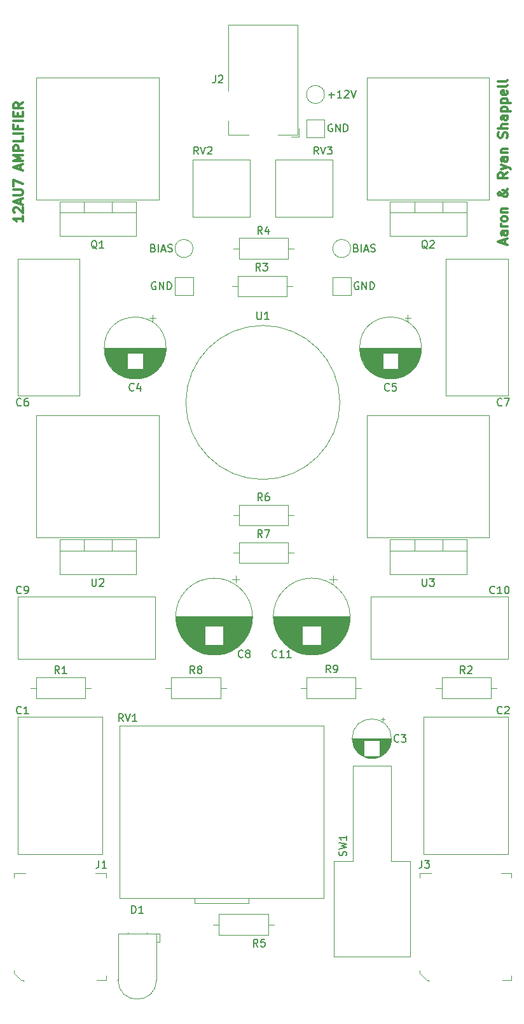
<source format=gbr>
G04 #@! TF.GenerationSoftware,KiCad,Pcbnew,(5.1.6)-1*
G04 #@! TF.CreationDate,2020-12-21T19:05:14-08:00*
G04 #@! TF.ProjectId,12AU7-Amplifier,31324155-372d-4416-9d70-6c6966696572,1.0*
G04 #@! TF.SameCoordinates,Original*
G04 #@! TF.FileFunction,Legend,Top*
G04 #@! TF.FilePolarity,Positive*
%FSLAX46Y46*%
G04 Gerber Fmt 4.6, Leading zero omitted, Abs format (unit mm)*
G04 Created by KiCad (PCBNEW (5.1.6)-1) date 2020-12-21 19:05:14*
%MOMM*%
%LPD*%
G01*
G04 APERTURE LIST*
%ADD10C,0.300000*%
%ADD11C,0.150000*%
%ADD12C,0.120000*%
%ADD13C,0.100000*%
G04 APERTURE END LIST*
D10*
X90565476Y-51202380D02*
X90565476Y-51916666D01*
X90565476Y-51559523D02*
X89315476Y-51559523D01*
X89494047Y-51678571D01*
X89613095Y-51797619D01*
X89672619Y-51916666D01*
X89434523Y-50726190D02*
X89375000Y-50666666D01*
X89315476Y-50547619D01*
X89315476Y-50250000D01*
X89375000Y-50130952D01*
X89434523Y-50071428D01*
X89553571Y-50011904D01*
X89672619Y-50011904D01*
X89851190Y-50071428D01*
X90565476Y-50785714D01*
X90565476Y-50011904D01*
X90208333Y-49535714D02*
X90208333Y-48940476D01*
X90565476Y-49654761D02*
X89315476Y-49238095D01*
X90565476Y-48821428D01*
X89315476Y-48404761D02*
X90327380Y-48404761D01*
X90446428Y-48345238D01*
X90505952Y-48285714D01*
X90565476Y-48166666D01*
X90565476Y-47928571D01*
X90505952Y-47809523D01*
X90446428Y-47750000D01*
X90327380Y-47690476D01*
X89315476Y-47690476D01*
X89315476Y-47214285D02*
X89315476Y-46380952D01*
X90565476Y-46916666D01*
X90208333Y-45011904D02*
X90208333Y-44416666D01*
X90565476Y-45130952D02*
X89315476Y-44714285D01*
X90565476Y-44297619D01*
X90565476Y-43880952D02*
X89315476Y-43880952D01*
X90208333Y-43464285D01*
X89315476Y-43047619D01*
X90565476Y-43047619D01*
X90565476Y-42452380D02*
X89315476Y-42452380D01*
X89315476Y-41976190D01*
X89375000Y-41857142D01*
X89434523Y-41797619D01*
X89553571Y-41738095D01*
X89732142Y-41738095D01*
X89851190Y-41797619D01*
X89910714Y-41857142D01*
X89970238Y-41976190D01*
X89970238Y-42452380D01*
X90565476Y-40607142D02*
X90565476Y-41202380D01*
X89315476Y-41202380D01*
X90565476Y-40190476D02*
X89315476Y-40190476D01*
X89910714Y-39178571D02*
X89910714Y-39595238D01*
X90565476Y-39595238D02*
X89315476Y-39595238D01*
X89315476Y-39000000D01*
X90565476Y-38523809D02*
X89315476Y-38523809D01*
X89910714Y-37928571D02*
X89910714Y-37511904D01*
X90565476Y-37333333D02*
X90565476Y-37928571D01*
X89315476Y-37928571D01*
X89315476Y-37333333D01*
X90565476Y-36083333D02*
X89970238Y-36500000D01*
X90565476Y-36797619D02*
X89315476Y-36797619D01*
X89315476Y-36321428D01*
X89375000Y-36202380D01*
X89434523Y-36142857D01*
X89553571Y-36083333D01*
X89732142Y-36083333D01*
X89851190Y-36142857D01*
X89910714Y-36202380D01*
X89970238Y-36321428D01*
X89970238Y-36797619D01*
X154708333Y-54863095D02*
X154708333Y-54267857D01*
X155065476Y-54982142D02*
X153815476Y-54565476D01*
X155065476Y-54148809D01*
X155065476Y-53196428D02*
X154410714Y-53196428D01*
X154291666Y-53255952D01*
X154232142Y-53375000D01*
X154232142Y-53613095D01*
X154291666Y-53732142D01*
X155005952Y-53196428D02*
X155065476Y-53315476D01*
X155065476Y-53613095D01*
X155005952Y-53732142D01*
X154886904Y-53791666D01*
X154767857Y-53791666D01*
X154648809Y-53732142D01*
X154589285Y-53613095D01*
X154589285Y-53315476D01*
X154529761Y-53196428D01*
X155065476Y-52601190D02*
X154232142Y-52601190D01*
X154470238Y-52601190D02*
X154351190Y-52541666D01*
X154291666Y-52482142D01*
X154232142Y-52363095D01*
X154232142Y-52244047D01*
X155065476Y-51648809D02*
X155005952Y-51767857D01*
X154946428Y-51827380D01*
X154827380Y-51886904D01*
X154470238Y-51886904D01*
X154351190Y-51827380D01*
X154291666Y-51767857D01*
X154232142Y-51648809D01*
X154232142Y-51470238D01*
X154291666Y-51351190D01*
X154351190Y-51291666D01*
X154470238Y-51232142D01*
X154827380Y-51232142D01*
X154946428Y-51291666D01*
X155005952Y-51351190D01*
X155065476Y-51470238D01*
X155065476Y-51648809D01*
X154232142Y-50696428D02*
X155065476Y-50696428D01*
X154351190Y-50696428D02*
X154291666Y-50636904D01*
X154232142Y-50517857D01*
X154232142Y-50339285D01*
X154291666Y-50220238D01*
X154410714Y-50160714D01*
X155065476Y-50160714D01*
X155065476Y-47601190D02*
X155065476Y-47660714D01*
X155005952Y-47779761D01*
X154827380Y-47958333D01*
X154470238Y-48255952D01*
X154291666Y-48375000D01*
X154113095Y-48434523D01*
X153994047Y-48434523D01*
X153875000Y-48375000D01*
X153815476Y-48255952D01*
X153815476Y-48196428D01*
X153875000Y-48077380D01*
X153994047Y-48017857D01*
X154053571Y-48017857D01*
X154172619Y-48077380D01*
X154232142Y-48136904D01*
X154470238Y-48494047D01*
X154529761Y-48553571D01*
X154648809Y-48613095D01*
X154827380Y-48613095D01*
X154946428Y-48553571D01*
X155005952Y-48494047D01*
X155065476Y-48375000D01*
X155065476Y-48196428D01*
X155005952Y-48077380D01*
X154946428Y-48017857D01*
X154708333Y-47839285D01*
X154529761Y-47779761D01*
X154410714Y-47779761D01*
X155065476Y-45398809D02*
X154470238Y-45815476D01*
X155065476Y-46113095D02*
X153815476Y-46113095D01*
X153815476Y-45636904D01*
X153875000Y-45517857D01*
X153934523Y-45458333D01*
X154053571Y-45398809D01*
X154232142Y-45398809D01*
X154351190Y-45458333D01*
X154410714Y-45517857D01*
X154470238Y-45636904D01*
X154470238Y-46113095D01*
X154232142Y-44982142D02*
X155065476Y-44684523D01*
X154232142Y-44386904D02*
X155065476Y-44684523D01*
X155363095Y-44803571D01*
X155422619Y-44863095D01*
X155482142Y-44982142D01*
X155065476Y-43375000D02*
X154410714Y-43375000D01*
X154291666Y-43434523D01*
X154232142Y-43553571D01*
X154232142Y-43791666D01*
X154291666Y-43910714D01*
X155005952Y-43375000D02*
X155065476Y-43494047D01*
X155065476Y-43791666D01*
X155005952Y-43910714D01*
X154886904Y-43970238D01*
X154767857Y-43970238D01*
X154648809Y-43910714D01*
X154589285Y-43791666D01*
X154589285Y-43494047D01*
X154529761Y-43375000D01*
X154232142Y-42779761D02*
X155065476Y-42779761D01*
X154351190Y-42779761D02*
X154291666Y-42720238D01*
X154232142Y-42601190D01*
X154232142Y-42422619D01*
X154291666Y-42303571D01*
X154410714Y-42244047D01*
X155065476Y-42244047D01*
X155005952Y-40755952D02*
X155065476Y-40577380D01*
X155065476Y-40279761D01*
X155005952Y-40160714D01*
X154946428Y-40101190D01*
X154827380Y-40041666D01*
X154708333Y-40041666D01*
X154589285Y-40101190D01*
X154529761Y-40160714D01*
X154470238Y-40279761D01*
X154410714Y-40517857D01*
X154351190Y-40636904D01*
X154291666Y-40696428D01*
X154172619Y-40755952D01*
X154053571Y-40755952D01*
X153934523Y-40696428D01*
X153875000Y-40636904D01*
X153815476Y-40517857D01*
X153815476Y-40220238D01*
X153875000Y-40041666D01*
X155065476Y-39505952D02*
X153815476Y-39505952D01*
X155065476Y-38970238D02*
X154410714Y-38970238D01*
X154291666Y-39029761D01*
X154232142Y-39148809D01*
X154232142Y-39327380D01*
X154291666Y-39446428D01*
X154351190Y-39505952D01*
X155065476Y-37839285D02*
X154410714Y-37839285D01*
X154291666Y-37898809D01*
X154232142Y-38017857D01*
X154232142Y-38255952D01*
X154291666Y-38375000D01*
X155005952Y-37839285D02*
X155065476Y-37958333D01*
X155065476Y-38255952D01*
X155005952Y-38375000D01*
X154886904Y-38434523D01*
X154767857Y-38434523D01*
X154648809Y-38375000D01*
X154589285Y-38255952D01*
X154589285Y-37958333D01*
X154529761Y-37839285D01*
X154232142Y-37244047D02*
X155482142Y-37244047D01*
X154291666Y-37244047D02*
X154232142Y-37125000D01*
X154232142Y-36886904D01*
X154291666Y-36767857D01*
X154351190Y-36708333D01*
X154470238Y-36648809D01*
X154827380Y-36648809D01*
X154946428Y-36708333D01*
X155005952Y-36767857D01*
X155065476Y-36886904D01*
X155065476Y-37125000D01*
X155005952Y-37244047D01*
X154232142Y-36113095D02*
X155482142Y-36113095D01*
X154291666Y-36113095D02*
X154232142Y-35994047D01*
X154232142Y-35755952D01*
X154291666Y-35636904D01*
X154351190Y-35577380D01*
X154470238Y-35517857D01*
X154827380Y-35517857D01*
X154946428Y-35577380D01*
X155005952Y-35636904D01*
X155065476Y-35755952D01*
X155065476Y-35994047D01*
X155005952Y-36113095D01*
X155005952Y-34505952D02*
X155065476Y-34625000D01*
X155065476Y-34863095D01*
X155005952Y-34982142D01*
X154886904Y-35041666D01*
X154410714Y-35041666D01*
X154291666Y-34982142D01*
X154232142Y-34863095D01*
X154232142Y-34625000D01*
X154291666Y-34505952D01*
X154410714Y-34446428D01*
X154529761Y-34446428D01*
X154648809Y-35041666D01*
X155065476Y-33732142D02*
X155005952Y-33851190D01*
X154886904Y-33910714D01*
X153815476Y-33910714D01*
X155065476Y-33077380D02*
X155005952Y-33196428D01*
X154886904Y-33255952D01*
X153815476Y-33255952D01*
D11*
X107928571Y-55428571D02*
X108071428Y-55476190D01*
X108119047Y-55523809D01*
X108166666Y-55619047D01*
X108166666Y-55761904D01*
X108119047Y-55857142D01*
X108071428Y-55904761D01*
X107976190Y-55952380D01*
X107595238Y-55952380D01*
X107595238Y-54952380D01*
X107928571Y-54952380D01*
X108023809Y-55000000D01*
X108071428Y-55047619D01*
X108119047Y-55142857D01*
X108119047Y-55238095D01*
X108071428Y-55333333D01*
X108023809Y-55380952D01*
X107928571Y-55428571D01*
X107595238Y-55428571D01*
X108595238Y-55952380D02*
X108595238Y-54952380D01*
X109023809Y-55666666D02*
X109500000Y-55666666D01*
X108928571Y-55952380D02*
X109261904Y-54952380D01*
X109595238Y-55952380D01*
X109880952Y-55904761D02*
X110023809Y-55952380D01*
X110261904Y-55952380D01*
X110357142Y-55904761D01*
X110404761Y-55857142D01*
X110452380Y-55761904D01*
X110452380Y-55666666D01*
X110404761Y-55571428D01*
X110357142Y-55523809D01*
X110261904Y-55476190D01*
X110071428Y-55428571D01*
X109976190Y-55380952D01*
X109928571Y-55333333D01*
X109880952Y-55238095D01*
X109880952Y-55142857D01*
X109928571Y-55047619D01*
X109976190Y-55000000D01*
X110071428Y-54952380D01*
X110309523Y-54952380D01*
X110452380Y-55000000D01*
X134928571Y-55428571D02*
X135071428Y-55476190D01*
X135119047Y-55523809D01*
X135166666Y-55619047D01*
X135166666Y-55761904D01*
X135119047Y-55857142D01*
X135071428Y-55904761D01*
X134976190Y-55952380D01*
X134595238Y-55952380D01*
X134595238Y-54952380D01*
X134928571Y-54952380D01*
X135023809Y-55000000D01*
X135071428Y-55047619D01*
X135119047Y-55142857D01*
X135119047Y-55238095D01*
X135071428Y-55333333D01*
X135023809Y-55380952D01*
X134928571Y-55428571D01*
X134595238Y-55428571D01*
X135595238Y-55952380D02*
X135595238Y-54952380D01*
X136023809Y-55666666D02*
X136500000Y-55666666D01*
X135928571Y-55952380D02*
X136261904Y-54952380D01*
X136595238Y-55952380D01*
X136880952Y-55904761D02*
X137023809Y-55952380D01*
X137261904Y-55952380D01*
X137357142Y-55904761D01*
X137404761Y-55857142D01*
X137452380Y-55761904D01*
X137452380Y-55666666D01*
X137404761Y-55571428D01*
X137357142Y-55523809D01*
X137261904Y-55476190D01*
X137071428Y-55428571D01*
X136976190Y-55380952D01*
X136928571Y-55333333D01*
X136880952Y-55238095D01*
X136880952Y-55142857D01*
X136928571Y-55047619D01*
X136976190Y-55000000D01*
X137071428Y-54952380D01*
X137309523Y-54952380D01*
X137452380Y-55000000D01*
X108238095Y-60000000D02*
X108142857Y-59952380D01*
X108000000Y-59952380D01*
X107857142Y-60000000D01*
X107761904Y-60095238D01*
X107714285Y-60190476D01*
X107666666Y-60380952D01*
X107666666Y-60523809D01*
X107714285Y-60714285D01*
X107761904Y-60809523D01*
X107857142Y-60904761D01*
X108000000Y-60952380D01*
X108095238Y-60952380D01*
X108238095Y-60904761D01*
X108285714Y-60857142D01*
X108285714Y-60523809D01*
X108095238Y-60523809D01*
X108714285Y-60952380D02*
X108714285Y-59952380D01*
X109285714Y-60952380D01*
X109285714Y-59952380D01*
X109761904Y-60952380D02*
X109761904Y-59952380D01*
X110000000Y-59952380D01*
X110142857Y-60000000D01*
X110238095Y-60095238D01*
X110285714Y-60190476D01*
X110333333Y-60380952D01*
X110333333Y-60523809D01*
X110285714Y-60714285D01*
X110238095Y-60809523D01*
X110142857Y-60904761D01*
X110000000Y-60952380D01*
X109761904Y-60952380D01*
X135238095Y-60000000D02*
X135142857Y-59952380D01*
X135000000Y-59952380D01*
X134857142Y-60000000D01*
X134761904Y-60095238D01*
X134714285Y-60190476D01*
X134666666Y-60380952D01*
X134666666Y-60523809D01*
X134714285Y-60714285D01*
X134761904Y-60809523D01*
X134857142Y-60904761D01*
X135000000Y-60952380D01*
X135095238Y-60952380D01*
X135238095Y-60904761D01*
X135285714Y-60857142D01*
X135285714Y-60523809D01*
X135095238Y-60523809D01*
X135714285Y-60952380D02*
X135714285Y-59952380D01*
X136285714Y-60952380D01*
X136285714Y-59952380D01*
X136761904Y-60952380D02*
X136761904Y-59952380D01*
X137000000Y-59952380D01*
X137142857Y-60000000D01*
X137238095Y-60095238D01*
X137285714Y-60190476D01*
X137333333Y-60380952D01*
X137333333Y-60523809D01*
X137285714Y-60714285D01*
X137238095Y-60809523D01*
X137142857Y-60904761D01*
X137000000Y-60952380D01*
X136761904Y-60952380D01*
X131238095Y-35071428D02*
X132000000Y-35071428D01*
X131619047Y-35452380D02*
X131619047Y-34690476D01*
X133000000Y-35452380D02*
X132428571Y-35452380D01*
X132714285Y-35452380D02*
X132714285Y-34452380D01*
X132619047Y-34595238D01*
X132523809Y-34690476D01*
X132428571Y-34738095D01*
X133380952Y-34547619D02*
X133428571Y-34500000D01*
X133523809Y-34452380D01*
X133761904Y-34452380D01*
X133857142Y-34500000D01*
X133904761Y-34547619D01*
X133952380Y-34642857D01*
X133952380Y-34738095D01*
X133904761Y-34880952D01*
X133333333Y-35452380D01*
X133952380Y-35452380D01*
X134238095Y-34452380D02*
X134571428Y-35452380D01*
X134904761Y-34452380D01*
X131738095Y-39000000D02*
X131642857Y-38952380D01*
X131500000Y-38952380D01*
X131357142Y-39000000D01*
X131261904Y-39095238D01*
X131214285Y-39190476D01*
X131166666Y-39380952D01*
X131166666Y-39523809D01*
X131214285Y-39714285D01*
X131261904Y-39809523D01*
X131357142Y-39904761D01*
X131500000Y-39952380D01*
X131595238Y-39952380D01*
X131738095Y-39904761D01*
X131785714Y-39857142D01*
X131785714Y-39523809D01*
X131595238Y-39523809D01*
X132214285Y-39952380D02*
X132214285Y-38952380D01*
X132785714Y-39952380D01*
X132785714Y-38952380D01*
X133261904Y-39952380D02*
X133261904Y-38952380D01*
X133500000Y-38952380D01*
X133642857Y-39000000D01*
X133738095Y-39095238D01*
X133785714Y-39190476D01*
X133833333Y-39380952D01*
X133833333Y-39523809D01*
X133785714Y-39714285D01*
X133738095Y-39809523D01*
X133642857Y-39904761D01*
X133500000Y-39952380D01*
X133261904Y-39952380D01*
D12*
X101120000Y-136120000D02*
X89880000Y-136120000D01*
X101120000Y-117880000D02*
X89880000Y-117880000D01*
X89880000Y-117880000D02*
X89880000Y-136120000D01*
X101120000Y-117880000D02*
X101120000Y-136120000D01*
X132375000Y-99520354D02*
X131375000Y-99520354D01*
X131875000Y-99020354D02*
X131875000Y-100020354D01*
X129599000Y-109581000D02*
X128401000Y-109581000D01*
X129862000Y-109541000D02*
X128138000Y-109541000D01*
X130062000Y-109501000D02*
X127938000Y-109501000D01*
X130230000Y-109461000D02*
X127770000Y-109461000D01*
X130378000Y-109421000D02*
X127622000Y-109421000D01*
X130510000Y-109381000D02*
X127490000Y-109381000D01*
X130630000Y-109341000D02*
X127370000Y-109341000D01*
X130742000Y-109301000D02*
X127258000Y-109301000D01*
X130846000Y-109261000D02*
X127154000Y-109261000D01*
X130944000Y-109221000D02*
X127056000Y-109221000D01*
X131037000Y-109181000D02*
X126963000Y-109181000D01*
X131125000Y-109141000D02*
X126875000Y-109141000D01*
X131209000Y-109101000D02*
X126791000Y-109101000D01*
X131289000Y-109061000D02*
X126711000Y-109061000D01*
X131365000Y-109021000D02*
X126635000Y-109021000D01*
X131439000Y-108981000D02*
X126561000Y-108981000D01*
X131510000Y-108941000D02*
X126490000Y-108941000D01*
X131579000Y-108901000D02*
X126421000Y-108901000D01*
X131645000Y-108861000D02*
X126355000Y-108861000D01*
X131709000Y-108821000D02*
X126291000Y-108821000D01*
X131770000Y-108781000D02*
X126230000Y-108781000D01*
X131830000Y-108741000D02*
X126170000Y-108741000D01*
X131889000Y-108701000D02*
X126111000Y-108701000D01*
X131945000Y-108661000D02*
X126055000Y-108661000D01*
X132000000Y-108621000D02*
X126000000Y-108621000D01*
X132054000Y-108581000D02*
X125946000Y-108581000D01*
X132106000Y-108541000D02*
X125894000Y-108541000D01*
X132156000Y-108501000D02*
X125844000Y-108501000D01*
X132206000Y-108461000D02*
X125794000Y-108461000D01*
X132254000Y-108421000D02*
X125746000Y-108421000D01*
X132301000Y-108381000D02*
X125699000Y-108381000D01*
X132347000Y-108341000D02*
X125653000Y-108341000D01*
X132392000Y-108301000D02*
X125608000Y-108301000D01*
X132436000Y-108261000D02*
X125564000Y-108261000D01*
X127759000Y-108221000D02*
X125522000Y-108221000D01*
X132478000Y-108221000D02*
X130241000Y-108221000D01*
X127759000Y-108181000D02*
X125480000Y-108181000D01*
X132520000Y-108181000D02*
X130241000Y-108181000D01*
X127759000Y-108141000D02*
X125439000Y-108141000D01*
X132561000Y-108141000D02*
X130241000Y-108141000D01*
X127759000Y-108101000D02*
X125399000Y-108101000D01*
X132601000Y-108101000D02*
X130241000Y-108101000D01*
X127759000Y-108061000D02*
X125360000Y-108061000D01*
X132640000Y-108061000D02*
X130241000Y-108061000D01*
X127759000Y-108021000D02*
X125321000Y-108021000D01*
X132679000Y-108021000D02*
X130241000Y-108021000D01*
X127759000Y-107981000D02*
X125284000Y-107981000D01*
X132716000Y-107981000D02*
X130241000Y-107981000D01*
X127759000Y-107941000D02*
X125247000Y-107941000D01*
X132753000Y-107941000D02*
X130241000Y-107941000D01*
X127759000Y-107901000D02*
X125211000Y-107901000D01*
X132789000Y-107901000D02*
X130241000Y-107901000D01*
X127759000Y-107861000D02*
X125176000Y-107861000D01*
X132824000Y-107861000D02*
X130241000Y-107861000D01*
X127759000Y-107821000D02*
X125142000Y-107821000D01*
X132858000Y-107821000D02*
X130241000Y-107821000D01*
X127759000Y-107781000D02*
X125108000Y-107781000D01*
X132892000Y-107781000D02*
X130241000Y-107781000D01*
X127759000Y-107741000D02*
X125075000Y-107741000D01*
X132925000Y-107741000D02*
X130241000Y-107741000D01*
X127759000Y-107701000D02*
X125043000Y-107701000D01*
X132957000Y-107701000D02*
X130241000Y-107701000D01*
X127759000Y-107661000D02*
X125011000Y-107661000D01*
X132989000Y-107661000D02*
X130241000Y-107661000D01*
X127759000Y-107621000D02*
X124980000Y-107621000D01*
X133020000Y-107621000D02*
X130241000Y-107621000D01*
X127759000Y-107581000D02*
X124950000Y-107581000D01*
X133050000Y-107581000D02*
X130241000Y-107581000D01*
X127759000Y-107541000D02*
X124920000Y-107541000D01*
X133080000Y-107541000D02*
X130241000Y-107541000D01*
X127759000Y-107501000D02*
X124890000Y-107501000D01*
X133110000Y-107501000D02*
X130241000Y-107501000D01*
X127759000Y-107461000D02*
X124862000Y-107461000D01*
X133138000Y-107461000D02*
X130241000Y-107461000D01*
X127759000Y-107421000D02*
X124834000Y-107421000D01*
X133166000Y-107421000D02*
X130241000Y-107421000D01*
X127759000Y-107381000D02*
X124806000Y-107381000D01*
X133194000Y-107381000D02*
X130241000Y-107381000D01*
X127759000Y-107341000D02*
X124779000Y-107341000D01*
X133221000Y-107341000D02*
X130241000Y-107341000D01*
X127759000Y-107301000D02*
X124753000Y-107301000D01*
X133247000Y-107301000D02*
X130241000Y-107301000D01*
X127759000Y-107261000D02*
X124727000Y-107261000D01*
X133273000Y-107261000D02*
X130241000Y-107261000D01*
X127759000Y-107221000D02*
X124702000Y-107221000D01*
X133298000Y-107221000D02*
X130241000Y-107221000D01*
X127759000Y-107181000D02*
X124677000Y-107181000D01*
X133323000Y-107181000D02*
X130241000Y-107181000D01*
X127759000Y-107141000D02*
X124653000Y-107141000D01*
X133347000Y-107141000D02*
X130241000Y-107141000D01*
X127759000Y-107101000D02*
X124629000Y-107101000D01*
X133371000Y-107101000D02*
X130241000Y-107101000D01*
X127759000Y-107061000D02*
X124605000Y-107061000D01*
X133395000Y-107061000D02*
X130241000Y-107061000D01*
X127759000Y-107021000D02*
X124583000Y-107021000D01*
X133417000Y-107021000D02*
X130241000Y-107021000D01*
X127759000Y-106981000D02*
X124560000Y-106981000D01*
X133440000Y-106981000D02*
X130241000Y-106981000D01*
X127759000Y-106941000D02*
X124538000Y-106941000D01*
X133462000Y-106941000D02*
X130241000Y-106941000D01*
X127759000Y-106901000D02*
X124517000Y-106901000D01*
X133483000Y-106901000D02*
X130241000Y-106901000D01*
X127759000Y-106861000D02*
X124496000Y-106861000D01*
X133504000Y-106861000D02*
X130241000Y-106861000D01*
X127759000Y-106821000D02*
X124475000Y-106821000D01*
X133525000Y-106821000D02*
X130241000Y-106821000D01*
X127759000Y-106781000D02*
X124455000Y-106781000D01*
X133545000Y-106781000D02*
X130241000Y-106781000D01*
X127759000Y-106741000D02*
X124436000Y-106741000D01*
X133564000Y-106741000D02*
X130241000Y-106741000D01*
X127759000Y-106701000D02*
X124416000Y-106701000D01*
X133584000Y-106701000D02*
X130241000Y-106701000D01*
X127759000Y-106661000D02*
X124397000Y-106661000D01*
X133603000Y-106661000D02*
X130241000Y-106661000D01*
X127759000Y-106621000D02*
X124379000Y-106621000D01*
X133621000Y-106621000D02*
X130241000Y-106621000D01*
X127759000Y-106581000D02*
X124361000Y-106581000D01*
X133639000Y-106581000D02*
X130241000Y-106581000D01*
X127759000Y-106541000D02*
X124343000Y-106541000D01*
X133657000Y-106541000D02*
X130241000Y-106541000D01*
X127759000Y-106501000D02*
X124326000Y-106501000D01*
X133674000Y-106501000D02*
X130241000Y-106501000D01*
X127759000Y-106461000D02*
X124310000Y-106461000D01*
X133690000Y-106461000D02*
X130241000Y-106461000D01*
X127759000Y-106421000D02*
X124293000Y-106421000D01*
X133707000Y-106421000D02*
X130241000Y-106421000D01*
X127759000Y-106381000D02*
X124277000Y-106381000D01*
X133723000Y-106381000D02*
X130241000Y-106381000D01*
X127759000Y-106341000D02*
X124262000Y-106341000D01*
X133738000Y-106341000D02*
X130241000Y-106341000D01*
X127759000Y-106301000D02*
X124246000Y-106301000D01*
X133754000Y-106301000D02*
X130241000Y-106301000D01*
X127759000Y-106261000D02*
X124232000Y-106261000D01*
X133768000Y-106261000D02*
X130241000Y-106261000D01*
X127759000Y-106221000D02*
X124217000Y-106221000D01*
X133783000Y-106221000D02*
X130241000Y-106221000D01*
X127759000Y-106181000D02*
X124203000Y-106181000D01*
X133797000Y-106181000D02*
X130241000Y-106181000D01*
X127759000Y-106141000D02*
X124189000Y-106141000D01*
X133811000Y-106141000D02*
X130241000Y-106141000D01*
X127759000Y-106101000D02*
X124176000Y-106101000D01*
X133824000Y-106101000D02*
X130241000Y-106101000D01*
X127759000Y-106061000D02*
X124163000Y-106061000D01*
X133837000Y-106061000D02*
X130241000Y-106061000D01*
X127759000Y-106021000D02*
X124150000Y-106021000D01*
X133850000Y-106021000D02*
X130241000Y-106021000D01*
X127759000Y-105981000D02*
X124138000Y-105981000D01*
X133862000Y-105981000D02*
X130241000Y-105981000D01*
X127759000Y-105941000D02*
X124126000Y-105941000D01*
X133874000Y-105941000D02*
X130241000Y-105941000D01*
X127759000Y-105901000D02*
X124115000Y-105901000D01*
X133885000Y-105901000D02*
X130241000Y-105901000D01*
X127759000Y-105861000D02*
X124103000Y-105861000D01*
X133897000Y-105861000D02*
X130241000Y-105861000D01*
X127759000Y-105821000D02*
X124093000Y-105821000D01*
X133907000Y-105821000D02*
X130241000Y-105821000D01*
X127759000Y-105781000D02*
X124082000Y-105781000D01*
X133918000Y-105781000D02*
X130241000Y-105781000D01*
X133928000Y-105741000D02*
X124072000Y-105741000D01*
X133938000Y-105701000D02*
X124062000Y-105701000D01*
X133947000Y-105661000D02*
X124053000Y-105661000D01*
X133956000Y-105621000D02*
X124044000Y-105621000D01*
X133965000Y-105581000D02*
X124035000Y-105581000D01*
X133974000Y-105541000D02*
X124026000Y-105541000D01*
X133982000Y-105501000D02*
X124018000Y-105501000D01*
X133990000Y-105461000D02*
X124010000Y-105461000D01*
X133997000Y-105421000D02*
X124003000Y-105421000D01*
X134004000Y-105381000D02*
X123996000Y-105381000D01*
X134011000Y-105341000D02*
X123989000Y-105341000D01*
X134018000Y-105301000D02*
X123982000Y-105301000D01*
X134024000Y-105261000D02*
X123976000Y-105261000D01*
X134030000Y-105221000D02*
X123970000Y-105221000D01*
X134035000Y-105180000D02*
X123965000Y-105180000D01*
X134040000Y-105140000D02*
X123960000Y-105140000D01*
X134045000Y-105100000D02*
X123955000Y-105100000D01*
X134050000Y-105060000D02*
X123950000Y-105060000D01*
X134054000Y-105020000D02*
X123946000Y-105020000D01*
X134058000Y-104980000D02*
X123942000Y-104980000D01*
X134062000Y-104940000D02*
X123938000Y-104940000D01*
X134065000Y-104900000D02*
X123935000Y-104900000D01*
X134068000Y-104860000D02*
X123932000Y-104860000D01*
X134070000Y-104820000D02*
X123930000Y-104820000D01*
X134073000Y-104780000D02*
X123927000Y-104780000D01*
X134075000Y-104740000D02*
X123925000Y-104740000D01*
X134077000Y-104700000D02*
X123923000Y-104700000D01*
X134078000Y-104660000D02*
X123922000Y-104660000D01*
X134079000Y-104620000D02*
X123921000Y-104620000D01*
X134080000Y-104580000D02*
X123920000Y-104580000D01*
X134080000Y-104540000D02*
X123920000Y-104540000D01*
X134080000Y-104500000D02*
X123920000Y-104500000D01*
X134120000Y-104500000D02*
G75*
G03*
X134120000Y-104500000I-5120000J0D01*
G01*
X136370000Y-77740000D02*
X152630000Y-77740000D01*
X152630000Y-94000000D02*
X152630000Y-77740000D01*
X136370000Y-94000000D02*
X136370000Y-77740000D01*
X136370000Y-94000000D02*
X152630000Y-94000000D01*
X92370000Y-77740000D02*
X108630000Y-77740000D01*
X108630000Y-94000000D02*
X108630000Y-77740000D01*
X92370000Y-94000000D02*
X92370000Y-77740000D01*
X92370000Y-94000000D02*
X108630000Y-94000000D01*
X92370000Y-32740000D02*
X108630000Y-32740000D01*
X108630000Y-49000000D02*
X108630000Y-32740000D01*
X92370000Y-49000000D02*
X92370000Y-32740000D01*
X92370000Y-49000000D02*
X108630000Y-49000000D01*
X136370000Y-32740000D02*
X152630000Y-32740000D01*
X152630000Y-49000000D02*
X152630000Y-32740000D01*
X136370000Y-49000000D02*
X136370000Y-32740000D01*
X136370000Y-49000000D02*
X152630000Y-49000000D01*
X146391000Y-94230000D02*
X146391000Y-95740000D01*
X142690000Y-94230000D02*
X142690000Y-95740000D01*
X139420000Y-95740000D02*
X149660000Y-95740000D01*
X149660000Y-94230000D02*
X149660000Y-98871000D01*
X139420000Y-94230000D02*
X139420000Y-98871000D01*
X139420000Y-98871000D02*
X149660000Y-98871000D01*
X139420000Y-94230000D02*
X149660000Y-94230000D01*
X102391000Y-94230000D02*
X102391000Y-95740000D01*
X98690000Y-94230000D02*
X98690000Y-95740000D01*
X95420000Y-95740000D02*
X105660000Y-95740000D01*
X105660000Y-94230000D02*
X105660000Y-98871000D01*
X95420000Y-94230000D02*
X95420000Y-98871000D01*
X95420000Y-98871000D02*
X105660000Y-98871000D01*
X95420000Y-94230000D02*
X105660000Y-94230000D01*
X146391000Y-49230000D02*
X146391000Y-50740000D01*
X142690000Y-49230000D02*
X142690000Y-50740000D01*
X139420000Y-50740000D02*
X149660000Y-50740000D01*
X149660000Y-49230000D02*
X149660000Y-53871000D01*
X139420000Y-49230000D02*
X139420000Y-53871000D01*
X139420000Y-53871000D02*
X149660000Y-53871000D01*
X139420000Y-49230000D02*
X149660000Y-49230000D01*
X102391000Y-49230000D02*
X102391000Y-50740000D01*
X98690000Y-49230000D02*
X98690000Y-50740000D01*
X95420000Y-50740000D02*
X105660000Y-50740000D01*
X105660000Y-49230000D02*
X105660000Y-53871000D01*
X95420000Y-49230000D02*
X95420000Y-53871000D01*
X95420000Y-53871000D02*
X105660000Y-53871000D01*
X95420000Y-49230000D02*
X105660000Y-49230000D01*
X126620000Y-55500000D02*
X125850000Y-55500000D01*
X118540000Y-55500000D02*
X119310000Y-55500000D01*
X125850000Y-54130000D02*
X119310000Y-54130000D01*
X125850000Y-56870000D02*
X125850000Y-54130000D01*
X119310000Y-56870000D02*
X125850000Y-56870000D01*
X119310000Y-54130000D02*
X119310000Y-56870000D01*
X118380000Y-60500000D02*
X119150000Y-60500000D01*
X126460000Y-60500000D02*
X125690000Y-60500000D01*
X119150000Y-61870000D02*
X125690000Y-61870000D01*
X119150000Y-59130000D02*
X119150000Y-61870000D01*
X125690000Y-59130000D02*
X119150000Y-59130000D01*
X125690000Y-61870000D02*
X125690000Y-59130000D01*
X134200000Y-55500000D02*
G75*
G03*
X134200000Y-55500000I-1200000J0D01*
G01*
X113200000Y-55500000D02*
G75*
G03*
X113200000Y-55500000I-1200000J0D01*
G01*
X131800000Y-61700000D02*
X131800000Y-59300000D01*
X134200000Y-61700000D02*
X131800000Y-61700000D01*
X134200000Y-59300000D02*
X134200000Y-61700000D01*
X131800000Y-59300000D02*
X134200000Y-59300000D01*
X110800000Y-61700000D02*
X110800000Y-59300000D01*
X113200000Y-61700000D02*
X110800000Y-61700000D01*
X113200000Y-59300000D02*
X113200000Y-61700000D01*
X110800000Y-59300000D02*
X113200000Y-59300000D01*
X130700000Y-35000000D02*
G75*
G03*
X130700000Y-35000000I-1200000J0D01*
G01*
X128300000Y-40700000D02*
X128300000Y-38300000D01*
X130700000Y-40700000D02*
X128300000Y-40700000D01*
X130700000Y-38300000D02*
X130700000Y-40700000D01*
X128300000Y-38300000D02*
X130700000Y-38300000D01*
X131810000Y-43690000D02*
X131810000Y-51310000D01*
X131810000Y-51310000D02*
X124190000Y-51310000D01*
X124190000Y-51310000D02*
X124190000Y-43690000D01*
X124190000Y-43690000D02*
X131810000Y-43690000D01*
X113190000Y-51310000D02*
X113190000Y-43690000D01*
X113190000Y-43690000D02*
X120810000Y-43690000D01*
X120810000Y-43690000D02*
X120810000Y-51310000D01*
X120810000Y-51310000D02*
X113190000Y-51310000D01*
X142215000Y-64740302D02*
X141415000Y-64740302D01*
X141815000Y-64340302D02*
X141815000Y-65140302D01*
X140033000Y-72831000D02*
X138967000Y-72831000D01*
X140268000Y-72791000D02*
X138732000Y-72791000D01*
X140448000Y-72751000D02*
X138552000Y-72751000D01*
X140598000Y-72711000D02*
X138402000Y-72711000D01*
X140729000Y-72671000D02*
X138271000Y-72671000D01*
X140846000Y-72631000D02*
X138154000Y-72631000D01*
X140953000Y-72591000D02*
X138047000Y-72591000D01*
X141052000Y-72551000D02*
X137948000Y-72551000D01*
X141145000Y-72511000D02*
X137855000Y-72511000D01*
X141231000Y-72471000D02*
X137769000Y-72471000D01*
X141313000Y-72431000D02*
X137687000Y-72431000D01*
X141390000Y-72391000D02*
X137610000Y-72391000D01*
X141464000Y-72351000D02*
X137536000Y-72351000D01*
X141534000Y-72311000D02*
X137466000Y-72311000D01*
X141602000Y-72271000D02*
X137398000Y-72271000D01*
X141666000Y-72231000D02*
X137334000Y-72231000D01*
X141728000Y-72191000D02*
X137272000Y-72191000D01*
X141787000Y-72151000D02*
X137213000Y-72151000D01*
X141845000Y-72111000D02*
X137155000Y-72111000D01*
X141900000Y-72071000D02*
X137100000Y-72071000D01*
X141954000Y-72031000D02*
X137046000Y-72031000D01*
X142005000Y-71991000D02*
X136995000Y-71991000D01*
X142056000Y-71951000D02*
X136944000Y-71951000D01*
X142104000Y-71911000D02*
X136896000Y-71911000D01*
X142151000Y-71871000D02*
X136849000Y-71871000D01*
X142197000Y-71831000D02*
X136803000Y-71831000D01*
X142241000Y-71791000D02*
X136759000Y-71791000D01*
X142284000Y-71751000D02*
X136716000Y-71751000D01*
X142326000Y-71711000D02*
X136674000Y-71711000D01*
X142367000Y-71671000D02*
X136633000Y-71671000D01*
X142407000Y-71631000D02*
X136593000Y-71631000D01*
X142445000Y-71591000D02*
X136555000Y-71591000D01*
X142483000Y-71551000D02*
X136517000Y-71551000D01*
X138460000Y-71511000D02*
X136481000Y-71511000D01*
X142519000Y-71511000D02*
X140540000Y-71511000D01*
X138460000Y-71471000D02*
X136445000Y-71471000D01*
X142555000Y-71471000D02*
X140540000Y-71471000D01*
X138460000Y-71431000D02*
X136410000Y-71431000D01*
X142590000Y-71431000D02*
X140540000Y-71431000D01*
X138460000Y-71391000D02*
X136376000Y-71391000D01*
X142624000Y-71391000D02*
X140540000Y-71391000D01*
X138460000Y-71351000D02*
X136344000Y-71351000D01*
X142656000Y-71351000D02*
X140540000Y-71351000D01*
X138460000Y-71311000D02*
X136311000Y-71311000D01*
X142689000Y-71311000D02*
X140540000Y-71311000D01*
X138460000Y-71271000D02*
X136280000Y-71271000D01*
X142720000Y-71271000D02*
X140540000Y-71271000D01*
X138460000Y-71231000D02*
X136250000Y-71231000D01*
X142750000Y-71231000D02*
X140540000Y-71231000D01*
X138460000Y-71191000D02*
X136220000Y-71191000D01*
X142780000Y-71191000D02*
X140540000Y-71191000D01*
X138460000Y-71151000D02*
X136191000Y-71151000D01*
X142809000Y-71151000D02*
X140540000Y-71151000D01*
X138460000Y-71111000D02*
X136162000Y-71111000D01*
X142838000Y-71111000D02*
X140540000Y-71111000D01*
X138460000Y-71071000D02*
X136135000Y-71071000D01*
X142865000Y-71071000D02*
X140540000Y-71071000D01*
X138460000Y-71031000D02*
X136108000Y-71031000D01*
X142892000Y-71031000D02*
X140540000Y-71031000D01*
X138460000Y-70991000D02*
X136082000Y-70991000D01*
X142918000Y-70991000D02*
X140540000Y-70991000D01*
X138460000Y-70951000D02*
X136056000Y-70951000D01*
X142944000Y-70951000D02*
X140540000Y-70951000D01*
X138460000Y-70911000D02*
X136031000Y-70911000D01*
X142969000Y-70911000D02*
X140540000Y-70911000D01*
X138460000Y-70871000D02*
X136007000Y-70871000D01*
X142993000Y-70871000D02*
X140540000Y-70871000D01*
X138460000Y-70831000D02*
X135983000Y-70831000D01*
X143017000Y-70831000D02*
X140540000Y-70831000D01*
X138460000Y-70791000D02*
X135960000Y-70791000D01*
X143040000Y-70791000D02*
X140540000Y-70791000D01*
X138460000Y-70751000D02*
X135938000Y-70751000D01*
X143062000Y-70751000D02*
X140540000Y-70751000D01*
X138460000Y-70711000D02*
X135916000Y-70711000D01*
X143084000Y-70711000D02*
X140540000Y-70711000D01*
X138460000Y-70671000D02*
X135894000Y-70671000D01*
X143106000Y-70671000D02*
X140540000Y-70671000D01*
X138460000Y-70631000D02*
X135873000Y-70631000D01*
X143127000Y-70631000D02*
X140540000Y-70631000D01*
X138460000Y-70591000D02*
X135853000Y-70591000D01*
X143147000Y-70591000D02*
X140540000Y-70591000D01*
X138460000Y-70551000D02*
X135834000Y-70551000D01*
X143166000Y-70551000D02*
X140540000Y-70551000D01*
X138460000Y-70511000D02*
X135814000Y-70511000D01*
X143186000Y-70511000D02*
X140540000Y-70511000D01*
X138460000Y-70471000D02*
X135796000Y-70471000D01*
X143204000Y-70471000D02*
X140540000Y-70471000D01*
X138460000Y-70431000D02*
X135778000Y-70431000D01*
X143222000Y-70431000D02*
X140540000Y-70431000D01*
X138460000Y-70391000D02*
X135760000Y-70391000D01*
X143240000Y-70391000D02*
X140540000Y-70391000D01*
X138460000Y-70351000D02*
X135743000Y-70351000D01*
X143257000Y-70351000D02*
X140540000Y-70351000D01*
X138460000Y-70311000D02*
X135726000Y-70311000D01*
X143274000Y-70311000D02*
X140540000Y-70311000D01*
X138460000Y-70271000D02*
X135710000Y-70271000D01*
X143290000Y-70271000D02*
X140540000Y-70271000D01*
X138460000Y-70231000D02*
X135695000Y-70231000D01*
X143305000Y-70231000D02*
X140540000Y-70231000D01*
X138460000Y-70191000D02*
X135679000Y-70191000D01*
X143321000Y-70191000D02*
X140540000Y-70191000D01*
X138460000Y-70151000D02*
X135665000Y-70151000D01*
X143335000Y-70151000D02*
X140540000Y-70151000D01*
X138460000Y-70111000D02*
X135650000Y-70111000D01*
X143350000Y-70111000D02*
X140540000Y-70111000D01*
X138460000Y-70071000D02*
X135637000Y-70071000D01*
X143363000Y-70071000D02*
X140540000Y-70071000D01*
X138460000Y-70031000D02*
X135623000Y-70031000D01*
X143377000Y-70031000D02*
X140540000Y-70031000D01*
X138460000Y-69991000D02*
X135611000Y-69991000D01*
X143389000Y-69991000D02*
X140540000Y-69991000D01*
X138460000Y-69951000D02*
X135598000Y-69951000D01*
X143402000Y-69951000D02*
X140540000Y-69951000D01*
X138460000Y-69911000D02*
X135586000Y-69911000D01*
X143414000Y-69911000D02*
X140540000Y-69911000D01*
X138460000Y-69871000D02*
X135575000Y-69871000D01*
X143425000Y-69871000D02*
X140540000Y-69871000D01*
X138460000Y-69831000D02*
X135564000Y-69831000D01*
X143436000Y-69831000D02*
X140540000Y-69831000D01*
X138460000Y-69791000D02*
X135553000Y-69791000D01*
X143447000Y-69791000D02*
X140540000Y-69791000D01*
X138460000Y-69751000D02*
X135543000Y-69751000D01*
X143457000Y-69751000D02*
X140540000Y-69751000D01*
X138460000Y-69711000D02*
X135533000Y-69711000D01*
X143467000Y-69711000D02*
X140540000Y-69711000D01*
X138460000Y-69671000D02*
X135524000Y-69671000D01*
X143476000Y-69671000D02*
X140540000Y-69671000D01*
X138460000Y-69631000D02*
X135515000Y-69631000D01*
X143485000Y-69631000D02*
X140540000Y-69631000D01*
X138460000Y-69591000D02*
X135506000Y-69591000D01*
X143494000Y-69591000D02*
X140540000Y-69591000D01*
X138460000Y-69551000D02*
X135498000Y-69551000D01*
X143502000Y-69551000D02*
X140540000Y-69551000D01*
X138460000Y-69511000D02*
X135490000Y-69511000D01*
X143510000Y-69511000D02*
X140540000Y-69511000D01*
X138460000Y-69471000D02*
X135483000Y-69471000D01*
X143517000Y-69471000D02*
X140540000Y-69471000D01*
X143524000Y-69430000D02*
X135476000Y-69430000D01*
X143530000Y-69390000D02*
X135470000Y-69390000D01*
X143537000Y-69350000D02*
X135463000Y-69350000D01*
X143542000Y-69310000D02*
X135458000Y-69310000D01*
X143548000Y-69270000D02*
X135452000Y-69270000D01*
X143552000Y-69230000D02*
X135448000Y-69230000D01*
X143557000Y-69190000D02*
X135443000Y-69190000D01*
X143561000Y-69150000D02*
X135439000Y-69150000D01*
X143565000Y-69110000D02*
X135435000Y-69110000D01*
X143568000Y-69070000D02*
X135432000Y-69070000D01*
X143571000Y-69030000D02*
X135429000Y-69030000D01*
X143574000Y-68990000D02*
X135426000Y-68990000D01*
X143576000Y-68950000D02*
X135424000Y-68950000D01*
X143577000Y-68910000D02*
X135423000Y-68910000D01*
X143579000Y-68870000D02*
X135421000Y-68870000D01*
X143580000Y-68830000D02*
X135420000Y-68830000D01*
X143580000Y-68790000D02*
X135420000Y-68790000D01*
X143580000Y-68750000D02*
X135420000Y-68750000D01*
X143620000Y-68750000D02*
G75*
G03*
X143620000Y-68750000I-4120000J0D01*
G01*
X108215000Y-64740302D02*
X107415000Y-64740302D01*
X107815000Y-64340302D02*
X107815000Y-65140302D01*
X106033000Y-72831000D02*
X104967000Y-72831000D01*
X106268000Y-72791000D02*
X104732000Y-72791000D01*
X106448000Y-72751000D02*
X104552000Y-72751000D01*
X106598000Y-72711000D02*
X104402000Y-72711000D01*
X106729000Y-72671000D02*
X104271000Y-72671000D01*
X106846000Y-72631000D02*
X104154000Y-72631000D01*
X106953000Y-72591000D02*
X104047000Y-72591000D01*
X107052000Y-72551000D02*
X103948000Y-72551000D01*
X107145000Y-72511000D02*
X103855000Y-72511000D01*
X107231000Y-72471000D02*
X103769000Y-72471000D01*
X107313000Y-72431000D02*
X103687000Y-72431000D01*
X107390000Y-72391000D02*
X103610000Y-72391000D01*
X107464000Y-72351000D02*
X103536000Y-72351000D01*
X107534000Y-72311000D02*
X103466000Y-72311000D01*
X107602000Y-72271000D02*
X103398000Y-72271000D01*
X107666000Y-72231000D02*
X103334000Y-72231000D01*
X107728000Y-72191000D02*
X103272000Y-72191000D01*
X107787000Y-72151000D02*
X103213000Y-72151000D01*
X107845000Y-72111000D02*
X103155000Y-72111000D01*
X107900000Y-72071000D02*
X103100000Y-72071000D01*
X107954000Y-72031000D02*
X103046000Y-72031000D01*
X108005000Y-71991000D02*
X102995000Y-71991000D01*
X108056000Y-71951000D02*
X102944000Y-71951000D01*
X108104000Y-71911000D02*
X102896000Y-71911000D01*
X108151000Y-71871000D02*
X102849000Y-71871000D01*
X108197000Y-71831000D02*
X102803000Y-71831000D01*
X108241000Y-71791000D02*
X102759000Y-71791000D01*
X108284000Y-71751000D02*
X102716000Y-71751000D01*
X108326000Y-71711000D02*
X102674000Y-71711000D01*
X108367000Y-71671000D02*
X102633000Y-71671000D01*
X108407000Y-71631000D02*
X102593000Y-71631000D01*
X108445000Y-71591000D02*
X102555000Y-71591000D01*
X108483000Y-71551000D02*
X102517000Y-71551000D01*
X104460000Y-71511000D02*
X102481000Y-71511000D01*
X108519000Y-71511000D02*
X106540000Y-71511000D01*
X104460000Y-71471000D02*
X102445000Y-71471000D01*
X108555000Y-71471000D02*
X106540000Y-71471000D01*
X104460000Y-71431000D02*
X102410000Y-71431000D01*
X108590000Y-71431000D02*
X106540000Y-71431000D01*
X104460000Y-71391000D02*
X102376000Y-71391000D01*
X108624000Y-71391000D02*
X106540000Y-71391000D01*
X104460000Y-71351000D02*
X102344000Y-71351000D01*
X108656000Y-71351000D02*
X106540000Y-71351000D01*
X104460000Y-71311000D02*
X102311000Y-71311000D01*
X108689000Y-71311000D02*
X106540000Y-71311000D01*
X104460000Y-71271000D02*
X102280000Y-71271000D01*
X108720000Y-71271000D02*
X106540000Y-71271000D01*
X104460000Y-71231000D02*
X102250000Y-71231000D01*
X108750000Y-71231000D02*
X106540000Y-71231000D01*
X104460000Y-71191000D02*
X102220000Y-71191000D01*
X108780000Y-71191000D02*
X106540000Y-71191000D01*
X104460000Y-71151000D02*
X102191000Y-71151000D01*
X108809000Y-71151000D02*
X106540000Y-71151000D01*
X104460000Y-71111000D02*
X102162000Y-71111000D01*
X108838000Y-71111000D02*
X106540000Y-71111000D01*
X104460000Y-71071000D02*
X102135000Y-71071000D01*
X108865000Y-71071000D02*
X106540000Y-71071000D01*
X104460000Y-71031000D02*
X102108000Y-71031000D01*
X108892000Y-71031000D02*
X106540000Y-71031000D01*
X104460000Y-70991000D02*
X102082000Y-70991000D01*
X108918000Y-70991000D02*
X106540000Y-70991000D01*
X104460000Y-70951000D02*
X102056000Y-70951000D01*
X108944000Y-70951000D02*
X106540000Y-70951000D01*
X104460000Y-70911000D02*
X102031000Y-70911000D01*
X108969000Y-70911000D02*
X106540000Y-70911000D01*
X104460000Y-70871000D02*
X102007000Y-70871000D01*
X108993000Y-70871000D02*
X106540000Y-70871000D01*
X104460000Y-70831000D02*
X101983000Y-70831000D01*
X109017000Y-70831000D02*
X106540000Y-70831000D01*
X104460000Y-70791000D02*
X101960000Y-70791000D01*
X109040000Y-70791000D02*
X106540000Y-70791000D01*
X104460000Y-70751000D02*
X101938000Y-70751000D01*
X109062000Y-70751000D02*
X106540000Y-70751000D01*
X104460000Y-70711000D02*
X101916000Y-70711000D01*
X109084000Y-70711000D02*
X106540000Y-70711000D01*
X104460000Y-70671000D02*
X101894000Y-70671000D01*
X109106000Y-70671000D02*
X106540000Y-70671000D01*
X104460000Y-70631000D02*
X101873000Y-70631000D01*
X109127000Y-70631000D02*
X106540000Y-70631000D01*
X104460000Y-70591000D02*
X101853000Y-70591000D01*
X109147000Y-70591000D02*
X106540000Y-70591000D01*
X104460000Y-70551000D02*
X101834000Y-70551000D01*
X109166000Y-70551000D02*
X106540000Y-70551000D01*
X104460000Y-70511000D02*
X101814000Y-70511000D01*
X109186000Y-70511000D02*
X106540000Y-70511000D01*
X104460000Y-70471000D02*
X101796000Y-70471000D01*
X109204000Y-70471000D02*
X106540000Y-70471000D01*
X104460000Y-70431000D02*
X101778000Y-70431000D01*
X109222000Y-70431000D02*
X106540000Y-70431000D01*
X104460000Y-70391000D02*
X101760000Y-70391000D01*
X109240000Y-70391000D02*
X106540000Y-70391000D01*
X104460000Y-70351000D02*
X101743000Y-70351000D01*
X109257000Y-70351000D02*
X106540000Y-70351000D01*
X104460000Y-70311000D02*
X101726000Y-70311000D01*
X109274000Y-70311000D02*
X106540000Y-70311000D01*
X104460000Y-70271000D02*
X101710000Y-70271000D01*
X109290000Y-70271000D02*
X106540000Y-70271000D01*
X104460000Y-70231000D02*
X101695000Y-70231000D01*
X109305000Y-70231000D02*
X106540000Y-70231000D01*
X104460000Y-70191000D02*
X101679000Y-70191000D01*
X109321000Y-70191000D02*
X106540000Y-70191000D01*
X104460000Y-70151000D02*
X101665000Y-70151000D01*
X109335000Y-70151000D02*
X106540000Y-70151000D01*
X104460000Y-70111000D02*
X101650000Y-70111000D01*
X109350000Y-70111000D02*
X106540000Y-70111000D01*
X104460000Y-70071000D02*
X101637000Y-70071000D01*
X109363000Y-70071000D02*
X106540000Y-70071000D01*
X104460000Y-70031000D02*
X101623000Y-70031000D01*
X109377000Y-70031000D02*
X106540000Y-70031000D01*
X104460000Y-69991000D02*
X101611000Y-69991000D01*
X109389000Y-69991000D02*
X106540000Y-69991000D01*
X104460000Y-69951000D02*
X101598000Y-69951000D01*
X109402000Y-69951000D02*
X106540000Y-69951000D01*
X104460000Y-69911000D02*
X101586000Y-69911000D01*
X109414000Y-69911000D02*
X106540000Y-69911000D01*
X104460000Y-69871000D02*
X101575000Y-69871000D01*
X109425000Y-69871000D02*
X106540000Y-69871000D01*
X104460000Y-69831000D02*
X101564000Y-69831000D01*
X109436000Y-69831000D02*
X106540000Y-69831000D01*
X104460000Y-69791000D02*
X101553000Y-69791000D01*
X109447000Y-69791000D02*
X106540000Y-69791000D01*
X104460000Y-69751000D02*
X101543000Y-69751000D01*
X109457000Y-69751000D02*
X106540000Y-69751000D01*
X104460000Y-69711000D02*
X101533000Y-69711000D01*
X109467000Y-69711000D02*
X106540000Y-69711000D01*
X104460000Y-69671000D02*
X101524000Y-69671000D01*
X109476000Y-69671000D02*
X106540000Y-69671000D01*
X104460000Y-69631000D02*
X101515000Y-69631000D01*
X109485000Y-69631000D02*
X106540000Y-69631000D01*
X104460000Y-69591000D02*
X101506000Y-69591000D01*
X109494000Y-69591000D02*
X106540000Y-69591000D01*
X104460000Y-69551000D02*
X101498000Y-69551000D01*
X109502000Y-69551000D02*
X106540000Y-69551000D01*
X104460000Y-69511000D02*
X101490000Y-69511000D01*
X109510000Y-69511000D02*
X106540000Y-69511000D01*
X104460000Y-69471000D02*
X101483000Y-69471000D01*
X109517000Y-69471000D02*
X106540000Y-69471000D01*
X109524000Y-69430000D02*
X101476000Y-69430000D01*
X109530000Y-69390000D02*
X101470000Y-69390000D01*
X109537000Y-69350000D02*
X101463000Y-69350000D01*
X109542000Y-69310000D02*
X101458000Y-69310000D01*
X109548000Y-69270000D02*
X101452000Y-69270000D01*
X109552000Y-69230000D02*
X101448000Y-69230000D01*
X109557000Y-69190000D02*
X101443000Y-69190000D01*
X109561000Y-69150000D02*
X101439000Y-69150000D01*
X109565000Y-69110000D02*
X101435000Y-69110000D01*
X109568000Y-69070000D02*
X101432000Y-69070000D01*
X109571000Y-69030000D02*
X101429000Y-69030000D01*
X109574000Y-68990000D02*
X101426000Y-68990000D01*
X109576000Y-68950000D02*
X101424000Y-68950000D01*
X109577000Y-68910000D02*
X101423000Y-68910000D01*
X109579000Y-68870000D02*
X101421000Y-68870000D01*
X109580000Y-68830000D02*
X101420000Y-68830000D01*
X109580000Y-68790000D02*
X101420000Y-68790000D01*
X109580000Y-68750000D02*
X101420000Y-68750000D01*
X109620000Y-68750000D02*
G75*
G03*
X109620000Y-68750000I-4120000J0D01*
G01*
X136880000Y-110120000D02*
X136880000Y-101880000D01*
X155120000Y-110120000D02*
X155120000Y-101880000D01*
X155120000Y-101880000D02*
X136880000Y-101880000D01*
X155120000Y-110120000D02*
X136880000Y-110120000D01*
X108120000Y-101880000D02*
X108120000Y-110120000D01*
X89880000Y-101880000D02*
X89880000Y-110120000D01*
X89880000Y-110120000D02*
X108120000Y-110120000D01*
X89880000Y-101880000D02*
X108120000Y-101880000D01*
X155120000Y-75120000D02*
X146880000Y-75120000D01*
X155120000Y-56880000D02*
X146880000Y-56880000D01*
X146880000Y-56880000D02*
X146880000Y-75120000D01*
X155120000Y-56880000D02*
X155120000Y-75120000D01*
X89880000Y-56880000D02*
X98120000Y-56880000D01*
X89880000Y-75120000D02*
X98120000Y-75120000D01*
X98120000Y-75120000D02*
X98120000Y-56880000D01*
X89880000Y-75120000D02*
X89880000Y-56880000D01*
X155120000Y-136120000D02*
X143880000Y-136120000D01*
X155120000Y-117880000D02*
X143880000Y-117880000D01*
X143880000Y-117880000D02*
X143880000Y-136120000D01*
X155120000Y-117880000D02*
X155120000Y-136120000D01*
X134460000Y-137040000D02*
X134460000Y-124340000D01*
X131920000Y-137040000D02*
X134460000Y-137040000D01*
X131920000Y-149740000D02*
X131920000Y-137040000D01*
X142080000Y-149740000D02*
X131920000Y-149740000D01*
X142080000Y-137040000D02*
X142080000Y-149740000D01*
X139540000Y-137040000D02*
X142080000Y-137040000D01*
X139540000Y-124340000D02*
X139540000Y-137040000D01*
X134460000Y-124340000D02*
X139540000Y-124340000D01*
X126250000Y-40600000D02*
X127300000Y-40600000D01*
X127300000Y-39550000D02*
X127300000Y-40600000D01*
X117900000Y-34500000D02*
X117900000Y-25700000D01*
X117900000Y-25700000D02*
X127100000Y-25700000D01*
X120600000Y-40400000D02*
X117900000Y-40400000D01*
X117900000Y-40400000D02*
X117900000Y-38500000D01*
X127100000Y-25700000D02*
X127100000Y-40400000D01*
X127100000Y-40400000D02*
X124500000Y-40400000D01*
X132750000Y-76000000D02*
G75*
G03*
X132750000Y-76000000I-10250000J0D01*
G01*
X130600000Y-119000000D02*
X130600000Y-142000000D01*
X103400000Y-119000000D02*
X103400000Y-142000000D01*
X130600000Y-119000000D02*
X103400000Y-119000000D01*
X130602960Y-142000000D02*
X103412260Y-142000000D01*
X120637780Y-141982600D02*
X120637780Y-142660000D01*
X113397780Y-141982600D02*
X113397780Y-142660000D01*
X120637780Y-141982600D02*
X113397780Y-141982600D01*
X120637780Y-142660000D02*
X113397780Y-142660000D01*
X127540000Y-114000000D02*
X128310000Y-114000000D01*
X135620000Y-114000000D02*
X134850000Y-114000000D01*
X128310000Y-115370000D02*
X134850000Y-115370000D01*
X128310000Y-112630000D02*
X128310000Y-115370000D01*
X134850000Y-112630000D02*
X128310000Y-112630000D01*
X134850000Y-115370000D02*
X134850000Y-112630000D01*
X117620000Y-114000000D02*
X116850000Y-114000000D01*
X109540000Y-114000000D02*
X110310000Y-114000000D01*
X116850000Y-112630000D02*
X110310000Y-112630000D01*
X116850000Y-115370000D02*
X116850000Y-112630000D01*
X110310000Y-115370000D02*
X116850000Y-115370000D01*
X110310000Y-112630000D02*
X110310000Y-115370000D01*
X118540000Y-96000000D02*
X119310000Y-96000000D01*
X126620000Y-96000000D02*
X125850000Y-96000000D01*
X119310000Y-97370000D02*
X125850000Y-97370000D01*
X119310000Y-94630000D02*
X119310000Y-97370000D01*
X125850000Y-94630000D02*
X119310000Y-94630000D01*
X125850000Y-97370000D02*
X125850000Y-94630000D01*
X126620000Y-91000000D02*
X125850000Y-91000000D01*
X118540000Y-91000000D02*
X119310000Y-91000000D01*
X125850000Y-89630000D02*
X119310000Y-89630000D01*
X125850000Y-92370000D02*
X125850000Y-89630000D01*
X119310000Y-92370000D02*
X125850000Y-92370000D01*
X119310000Y-89630000D02*
X119310000Y-92370000D01*
X115880000Y-145500000D02*
X116650000Y-145500000D01*
X123960000Y-145500000D02*
X123190000Y-145500000D01*
X116650000Y-146870000D02*
X123190000Y-146870000D01*
X116650000Y-144130000D02*
X116650000Y-146870000D01*
X123190000Y-144130000D02*
X116650000Y-144130000D01*
X123190000Y-146870000D02*
X123190000Y-144130000D01*
X153620000Y-114000000D02*
X152850000Y-114000000D01*
X145540000Y-114000000D02*
X146310000Y-114000000D01*
X152850000Y-112630000D02*
X146310000Y-112630000D01*
X152850000Y-115370000D02*
X152850000Y-112630000D01*
X146310000Y-115370000D02*
X152850000Y-115370000D01*
X146310000Y-112630000D02*
X146310000Y-115370000D01*
X99620000Y-114000000D02*
X98850000Y-114000000D01*
X91540000Y-114000000D02*
X92310000Y-114000000D01*
X98850000Y-112630000D02*
X92310000Y-112630000D01*
X98850000Y-115370000D02*
X98850000Y-112630000D01*
X92310000Y-115370000D02*
X98850000Y-115370000D01*
X92310000Y-112630000D02*
X92310000Y-115370000D01*
D13*
X144600000Y-152900000D02*
X144600000Y-153100000D01*
X144300000Y-152900000D02*
X144600000Y-152900000D01*
X143400000Y-152000000D02*
X144300000Y-152900000D01*
X143400000Y-151600000D02*
X143400000Y-152000000D01*
X143400000Y-138700000D02*
X144900000Y-138700000D01*
X143400000Y-139300000D02*
X143400000Y-138700000D01*
X155600000Y-138700000D02*
X154200000Y-138700000D01*
X155600000Y-139300000D02*
X155600000Y-138700000D01*
X155600000Y-152900000D02*
X154400000Y-152900000D01*
X155600000Y-152300000D02*
X155600000Y-152900000D01*
X90600000Y-152900000D02*
X90600000Y-153100000D01*
X90300000Y-152900000D02*
X90600000Y-152900000D01*
X89400000Y-152000000D02*
X90300000Y-152900000D01*
X89400000Y-151600000D02*
X89400000Y-152000000D01*
X89400000Y-138700000D02*
X90900000Y-138700000D01*
X89400000Y-139300000D02*
X89400000Y-138700000D01*
X101600000Y-138700000D02*
X100200000Y-138700000D01*
X101600000Y-139300000D02*
X101600000Y-138700000D01*
X101600000Y-152900000D02*
X100400000Y-152900000D01*
X101600000Y-152300000D02*
X101600000Y-152900000D01*
D12*
X107040000Y-146580000D02*
X107040000Y-146580000D01*
X107040000Y-146710000D02*
X107040000Y-146580000D01*
X107040000Y-146710000D02*
X107040000Y-146710000D01*
X107040000Y-146580000D02*
X107040000Y-146710000D01*
X104500000Y-146580000D02*
X104500000Y-146580000D01*
X104500000Y-146710000D02*
X104500000Y-146580000D01*
X104500000Y-146710000D02*
X104500000Y-146710000D01*
X104500000Y-146580000D02*
X104500000Y-146710000D01*
X108330000Y-146710000D02*
X108730000Y-146710000D01*
X108330000Y-147830000D02*
X108330000Y-146710000D01*
X108730000Y-147830000D02*
X108330000Y-147830000D01*
X108730000Y-146710000D02*
X108730000Y-147830000D01*
X103210000Y-146710000D02*
X108330000Y-146710000D01*
X108330000Y-146710000D02*
X108330000Y-152870000D01*
X103210000Y-146710000D02*
X103210000Y-152870000D01*
X108330000Y-152870000D02*
G75*
G02*
X103210000Y-152870000I-2560000J0D01*
G01*
X119375000Y-99520354D02*
X118375000Y-99520354D01*
X118875000Y-99020354D02*
X118875000Y-100020354D01*
X116599000Y-109581000D02*
X115401000Y-109581000D01*
X116862000Y-109541000D02*
X115138000Y-109541000D01*
X117062000Y-109501000D02*
X114938000Y-109501000D01*
X117230000Y-109461000D02*
X114770000Y-109461000D01*
X117378000Y-109421000D02*
X114622000Y-109421000D01*
X117510000Y-109381000D02*
X114490000Y-109381000D01*
X117630000Y-109341000D02*
X114370000Y-109341000D01*
X117742000Y-109301000D02*
X114258000Y-109301000D01*
X117846000Y-109261000D02*
X114154000Y-109261000D01*
X117944000Y-109221000D02*
X114056000Y-109221000D01*
X118037000Y-109181000D02*
X113963000Y-109181000D01*
X118125000Y-109141000D02*
X113875000Y-109141000D01*
X118209000Y-109101000D02*
X113791000Y-109101000D01*
X118289000Y-109061000D02*
X113711000Y-109061000D01*
X118365000Y-109021000D02*
X113635000Y-109021000D01*
X118439000Y-108981000D02*
X113561000Y-108981000D01*
X118510000Y-108941000D02*
X113490000Y-108941000D01*
X118579000Y-108901000D02*
X113421000Y-108901000D01*
X118645000Y-108861000D02*
X113355000Y-108861000D01*
X118709000Y-108821000D02*
X113291000Y-108821000D01*
X118770000Y-108781000D02*
X113230000Y-108781000D01*
X118830000Y-108741000D02*
X113170000Y-108741000D01*
X118889000Y-108701000D02*
X113111000Y-108701000D01*
X118945000Y-108661000D02*
X113055000Y-108661000D01*
X119000000Y-108621000D02*
X113000000Y-108621000D01*
X119054000Y-108581000D02*
X112946000Y-108581000D01*
X119106000Y-108541000D02*
X112894000Y-108541000D01*
X119156000Y-108501000D02*
X112844000Y-108501000D01*
X119206000Y-108461000D02*
X112794000Y-108461000D01*
X119254000Y-108421000D02*
X112746000Y-108421000D01*
X119301000Y-108381000D02*
X112699000Y-108381000D01*
X119347000Y-108341000D02*
X112653000Y-108341000D01*
X119392000Y-108301000D02*
X112608000Y-108301000D01*
X119436000Y-108261000D02*
X112564000Y-108261000D01*
X114759000Y-108221000D02*
X112522000Y-108221000D01*
X119478000Y-108221000D02*
X117241000Y-108221000D01*
X114759000Y-108181000D02*
X112480000Y-108181000D01*
X119520000Y-108181000D02*
X117241000Y-108181000D01*
X114759000Y-108141000D02*
X112439000Y-108141000D01*
X119561000Y-108141000D02*
X117241000Y-108141000D01*
X114759000Y-108101000D02*
X112399000Y-108101000D01*
X119601000Y-108101000D02*
X117241000Y-108101000D01*
X114759000Y-108061000D02*
X112360000Y-108061000D01*
X119640000Y-108061000D02*
X117241000Y-108061000D01*
X114759000Y-108021000D02*
X112321000Y-108021000D01*
X119679000Y-108021000D02*
X117241000Y-108021000D01*
X114759000Y-107981000D02*
X112284000Y-107981000D01*
X119716000Y-107981000D02*
X117241000Y-107981000D01*
X114759000Y-107941000D02*
X112247000Y-107941000D01*
X119753000Y-107941000D02*
X117241000Y-107941000D01*
X114759000Y-107901000D02*
X112211000Y-107901000D01*
X119789000Y-107901000D02*
X117241000Y-107901000D01*
X114759000Y-107861000D02*
X112176000Y-107861000D01*
X119824000Y-107861000D02*
X117241000Y-107861000D01*
X114759000Y-107821000D02*
X112142000Y-107821000D01*
X119858000Y-107821000D02*
X117241000Y-107821000D01*
X114759000Y-107781000D02*
X112108000Y-107781000D01*
X119892000Y-107781000D02*
X117241000Y-107781000D01*
X114759000Y-107741000D02*
X112075000Y-107741000D01*
X119925000Y-107741000D02*
X117241000Y-107741000D01*
X114759000Y-107701000D02*
X112043000Y-107701000D01*
X119957000Y-107701000D02*
X117241000Y-107701000D01*
X114759000Y-107661000D02*
X112011000Y-107661000D01*
X119989000Y-107661000D02*
X117241000Y-107661000D01*
X114759000Y-107621000D02*
X111980000Y-107621000D01*
X120020000Y-107621000D02*
X117241000Y-107621000D01*
X114759000Y-107581000D02*
X111950000Y-107581000D01*
X120050000Y-107581000D02*
X117241000Y-107581000D01*
X114759000Y-107541000D02*
X111920000Y-107541000D01*
X120080000Y-107541000D02*
X117241000Y-107541000D01*
X114759000Y-107501000D02*
X111890000Y-107501000D01*
X120110000Y-107501000D02*
X117241000Y-107501000D01*
X114759000Y-107461000D02*
X111862000Y-107461000D01*
X120138000Y-107461000D02*
X117241000Y-107461000D01*
X114759000Y-107421000D02*
X111834000Y-107421000D01*
X120166000Y-107421000D02*
X117241000Y-107421000D01*
X114759000Y-107381000D02*
X111806000Y-107381000D01*
X120194000Y-107381000D02*
X117241000Y-107381000D01*
X114759000Y-107341000D02*
X111779000Y-107341000D01*
X120221000Y-107341000D02*
X117241000Y-107341000D01*
X114759000Y-107301000D02*
X111753000Y-107301000D01*
X120247000Y-107301000D02*
X117241000Y-107301000D01*
X114759000Y-107261000D02*
X111727000Y-107261000D01*
X120273000Y-107261000D02*
X117241000Y-107261000D01*
X114759000Y-107221000D02*
X111702000Y-107221000D01*
X120298000Y-107221000D02*
X117241000Y-107221000D01*
X114759000Y-107181000D02*
X111677000Y-107181000D01*
X120323000Y-107181000D02*
X117241000Y-107181000D01*
X114759000Y-107141000D02*
X111653000Y-107141000D01*
X120347000Y-107141000D02*
X117241000Y-107141000D01*
X114759000Y-107101000D02*
X111629000Y-107101000D01*
X120371000Y-107101000D02*
X117241000Y-107101000D01*
X114759000Y-107061000D02*
X111605000Y-107061000D01*
X120395000Y-107061000D02*
X117241000Y-107061000D01*
X114759000Y-107021000D02*
X111583000Y-107021000D01*
X120417000Y-107021000D02*
X117241000Y-107021000D01*
X114759000Y-106981000D02*
X111560000Y-106981000D01*
X120440000Y-106981000D02*
X117241000Y-106981000D01*
X114759000Y-106941000D02*
X111538000Y-106941000D01*
X120462000Y-106941000D02*
X117241000Y-106941000D01*
X114759000Y-106901000D02*
X111517000Y-106901000D01*
X120483000Y-106901000D02*
X117241000Y-106901000D01*
X114759000Y-106861000D02*
X111496000Y-106861000D01*
X120504000Y-106861000D02*
X117241000Y-106861000D01*
X114759000Y-106821000D02*
X111475000Y-106821000D01*
X120525000Y-106821000D02*
X117241000Y-106821000D01*
X114759000Y-106781000D02*
X111455000Y-106781000D01*
X120545000Y-106781000D02*
X117241000Y-106781000D01*
X114759000Y-106741000D02*
X111436000Y-106741000D01*
X120564000Y-106741000D02*
X117241000Y-106741000D01*
X114759000Y-106701000D02*
X111416000Y-106701000D01*
X120584000Y-106701000D02*
X117241000Y-106701000D01*
X114759000Y-106661000D02*
X111397000Y-106661000D01*
X120603000Y-106661000D02*
X117241000Y-106661000D01*
X114759000Y-106621000D02*
X111379000Y-106621000D01*
X120621000Y-106621000D02*
X117241000Y-106621000D01*
X114759000Y-106581000D02*
X111361000Y-106581000D01*
X120639000Y-106581000D02*
X117241000Y-106581000D01*
X114759000Y-106541000D02*
X111343000Y-106541000D01*
X120657000Y-106541000D02*
X117241000Y-106541000D01*
X114759000Y-106501000D02*
X111326000Y-106501000D01*
X120674000Y-106501000D02*
X117241000Y-106501000D01*
X114759000Y-106461000D02*
X111310000Y-106461000D01*
X120690000Y-106461000D02*
X117241000Y-106461000D01*
X114759000Y-106421000D02*
X111293000Y-106421000D01*
X120707000Y-106421000D02*
X117241000Y-106421000D01*
X114759000Y-106381000D02*
X111277000Y-106381000D01*
X120723000Y-106381000D02*
X117241000Y-106381000D01*
X114759000Y-106341000D02*
X111262000Y-106341000D01*
X120738000Y-106341000D02*
X117241000Y-106341000D01*
X114759000Y-106301000D02*
X111246000Y-106301000D01*
X120754000Y-106301000D02*
X117241000Y-106301000D01*
X114759000Y-106261000D02*
X111232000Y-106261000D01*
X120768000Y-106261000D02*
X117241000Y-106261000D01*
X114759000Y-106221000D02*
X111217000Y-106221000D01*
X120783000Y-106221000D02*
X117241000Y-106221000D01*
X114759000Y-106181000D02*
X111203000Y-106181000D01*
X120797000Y-106181000D02*
X117241000Y-106181000D01*
X114759000Y-106141000D02*
X111189000Y-106141000D01*
X120811000Y-106141000D02*
X117241000Y-106141000D01*
X114759000Y-106101000D02*
X111176000Y-106101000D01*
X120824000Y-106101000D02*
X117241000Y-106101000D01*
X114759000Y-106061000D02*
X111163000Y-106061000D01*
X120837000Y-106061000D02*
X117241000Y-106061000D01*
X114759000Y-106021000D02*
X111150000Y-106021000D01*
X120850000Y-106021000D02*
X117241000Y-106021000D01*
X114759000Y-105981000D02*
X111138000Y-105981000D01*
X120862000Y-105981000D02*
X117241000Y-105981000D01*
X114759000Y-105941000D02*
X111126000Y-105941000D01*
X120874000Y-105941000D02*
X117241000Y-105941000D01*
X114759000Y-105901000D02*
X111115000Y-105901000D01*
X120885000Y-105901000D02*
X117241000Y-105901000D01*
X114759000Y-105861000D02*
X111103000Y-105861000D01*
X120897000Y-105861000D02*
X117241000Y-105861000D01*
X114759000Y-105821000D02*
X111093000Y-105821000D01*
X120907000Y-105821000D02*
X117241000Y-105821000D01*
X114759000Y-105781000D02*
X111082000Y-105781000D01*
X120918000Y-105781000D02*
X117241000Y-105781000D01*
X120928000Y-105741000D02*
X111072000Y-105741000D01*
X120938000Y-105701000D02*
X111062000Y-105701000D01*
X120947000Y-105661000D02*
X111053000Y-105661000D01*
X120956000Y-105621000D02*
X111044000Y-105621000D01*
X120965000Y-105581000D02*
X111035000Y-105581000D01*
X120974000Y-105541000D02*
X111026000Y-105541000D01*
X120982000Y-105501000D02*
X111018000Y-105501000D01*
X120990000Y-105461000D02*
X111010000Y-105461000D01*
X120997000Y-105421000D02*
X111003000Y-105421000D01*
X121004000Y-105381000D02*
X110996000Y-105381000D01*
X121011000Y-105341000D02*
X110989000Y-105341000D01*
X121018000Y-105301000D02*
X110982000Y-105301000D01*
X121024000Y-105261000D02*
X110976000Y-105261000D01*
X121030000Y-105221000D02*
X110970000Y-105221000D01*
X121035000Y-105180000D02*
X110965000Y-105180000D01*
X121040000Y-105140000D02*
X110960000Y-105140000D01*
X121045000Y-105100000D02*
X110955000Y-105100000D01*
X121050000Y-105060000D02*
X110950000Y-105060000D01*
X121054000Y-105020000D02*
X110946000Y-105020000D01*
X121058000Y-104980000D02*
X110942000Y-104980000D01*
X121062000Y-104940000D02*
X110938000Y-104940000D01*
X121065000Y-104900000D02*
X110935000Y-104900000D01*
X121068000Y-104860000D02*
X110932000Y-104860000D01*
X121070000Y-104820000D02*
X110930000Y-104820000D01*
X121073000Y-104780000D02*
X110927000Y-104780000D01*
X121075000Y-104740000D02*
X110925000Y-104740000D01*
X121077000Y-104700000D02*
X110923000Y-104700000D01*
X121078000Y-104660000D02*
X110922000Y-104660000D01*
X121079000Y-104620000D02*
X110921000Y-104620000D01*
X121080000Y-104580000D02*
X110920000Y-104580000D01*
X121080000Y-104540000D02*
X110920000Y-104540000D01*
X121080000Y-104500000D02*
X110920000Y-104500000D01*
X121120000Y-104500000D02*
G75*
G03*
X121120000Y-104500000I-5120000J0D01*
G01*
X138725000Y-118195225D02*
X138225000Y-118195225D01*
X138475000Y-117945225D02*
X138475000Y-118445225D01*
X137284000Y-123351000D02*
X136716000Y-123351000D01*
X137518000Y-123311000D02*
X136482000Y-123311000D01*
X137677000Y-123271000D02*
X136323000Y-123271000D01*
X137805000Y-123231000D02*
X136195000Y-123231000D01*
X137915000Y-123191000D02*
X136085000Y-123191000D01*
X138011000Y-123151000D02*
X135989000Y-123151000D01*
X138098000Y-123111000D02*
X135902000Y-123111000D01*
X138178000Y-123071000D02*
X135822000Y-123071000D01*
X135960000Y-123031000D02*
X135749000Y-123031000D01*
X138251000Y-123031000D02*
X138040000Y-123031000D01*
X135960000Y-122991000D02*
X135681000Y-122991000D01*
X138319000Y-122991000D02*
X138040000Y-122991000D01*
X135960000Y-122951000D02*
X135617000Y-122951000D01*
X138383000Y-122951000D02*
X138040000Y-122951000D01*
X135960000Y-122911000D02*
X135557000Y-122911000D01*
X138443000Y-122911000D02*
X138040000Y-122911000D01*
X135960000Y-122871000D02*
X135500000Y-122871000D01*
X138500000Y-122871000D02*
X138040000Y-122871000D01*
X135960000Y-122831000D02*
X135446000Y-122831000D01*
X138554000Y-122831000D02*
X138040000Y-122831000D01*
X135960000Y-122791000D02*
X135395000Y-122791000D01*
X138605000Y-122791000D02*
X138040000Y-122791000D01*
X135960000Y-122751000D02*
X135347000Y-122751000D01*
X138653000Y-122751000D02*
X138040000Y-122751000D01*
X135960000Y-122711000D02*
X135301000Y-122711000D01*
X138699000Y-122711000D02*
X138040000Y-122711000D01*
X135960000Y-122671000D02*
X135257000Y-122671000D01*
X138743000Y-122671000D02*
X138040000Y-122671000D01*
X135960000Y-122631000D02*
X135215000Y-122631000D01*
X138785000Y-122631000D02*
X138040000Y-122631000D01*
X135960000Y-122591000D02*
X135174000Y-122591000D01*
X138826000Y-122591000D02*
X138040000Y-122591000D01*
X135960000Y-122551000D02*
X135136000Y-122551000D01*
X138864000Y-122551000D02*
X138040000Y-122551000D01*
X135960000Y-122511000D02*
X135099000Y-122511000D01*
X138901000Y-122511000D02*
X138040000Y-122511000D01*
X135960000Y-122471000D02*
X135063000Y-122471000D01*
X138937000Y-122471000D02*
X138040000Y-122471000D01*
X135960000Y-122431000D02*
X135029000Y-122431000D01*
X138971000Y-122431000D02*
X138040000Y-122431000D01*
X135960000Y-122391000D02*
X134996000Y-122391000D01*
X139004000Y-122391000D02*
X138040000Y-122391000D01*
X135960000Y-122351000D02*
X134965000Y-122351000D01*
X139035000Y-122351000D02*
X138040000Y-122351000D01*
X135960000Y-122311000D02*
X134935000Y-122311000D01*
X139065000Y-122311000D02*
X138040000Y-122311000D01*
X135960000Y-122271000D02*
X134905000Y-122271000D01*
X139095000Y-122271000D02*
X138040000Y-122271000D01*
X135960000Y-122231000D02*
X134878000Y-122231000D01*
X139122000Y-122231000D02*
X138040000Y-122231000D01*
X135960000Y-122191000D02*
X134851000Y-122191000D01*
X139149000Y-122191000D02*
X138040000Y-122191000D01*
X135960000Y-122151000D02*
X134825000Y-122151000D01*
X139175000Y-122151000D02*
X138040000Y-122151000D01*
X135960000Y-122111000D02*
X134800000Y-122111000D01*
X139200000Y-122111000D02*
X138040000Y-122111000D01*
X135960000Y-122071000D02*
X134776000Y-122071000D01*
X139224000Y-122071000D02*
X138040000Y-122071000D01*
X135960000Y-122031000D02*
X134753000Y-122031000D01*
X139247000Y-122031000D02*
X138040000Y-122031000D01*
X135960000Y-121991000D02*
X134732000Y-121991000D01*
X139268000Y-121991000D02*
X138040000Y-121991000D01*
X135960000Y-121951000D02*
X134710000Y-121951000D01*
X139290000Y-121951000D02*
X138040000Y-121951000D01*
X135960000Y-121911000D02*
X134690000Y-121911000D01*
X139310000Y-121911000D02*
X138040000Y-121911000D01*
X135960000Y-121871000D02*
X134671000Y-121871000D01*
X139329000Y-121871000D02*
X138040000Y-121871000D01*
X135960000Y-121831000D02*
X134652000Y-121831000D01*
X139348000Y-121831000D02*
X138040000Y-121831000D01*
X135960000Y-121791000D02*
X134635000Y-121791000D01*
X139365000Y-121791000D02*
X138040000Y-121791000D01*
X135960000Y-121751000D02*
X134618000Y-121751000D01*
X139382000Y-121751000D02*
X138040000Y-121751000D01*
X135960000Y-121711000D02*
X134602000Y-121711000D01*
X139398000Y-121711000D02*
X138040000Y-121711000D01*
X135960000Y-121671000D02*
X134586000Y-121671000D01*
X139414000Y-121671000D02*
X138040000Y-121671000D01*
X135960000Y-121631000D02*
X134572000Y-121631000D01*
X139428000Y-121631000D02*
X138040000Y-121631000D01*
X135960000Y-121591000D02*
X134558000Y-121591000D01*
X139442000Y-121591000D02*
X138040000Y-121591000D01*
X135960000Y-121551000D02*
X134545000Y-121551000D01*
X139455000Y-121551000D02*
X138040000Y-121551000D01*
X135960000Y-121511000D02*
X134532000Y-121511000D01*
X139468000Y-121511000D02*
X138040000Y-121511000D01*
X135960000Y-121471000D02*
X134520000Y-121471000D01*
X139480000Y-121471000D02*
X138040000Y-121471000D01*
X135960000Y-121430000D02*
X134509000Y-121430000D01*
X139491000Y-121430000D02*
X138040000Y-121430000D01*
X135960000Y-121390000D02*
X134499000Y-121390000D01*
X139501000Y-121390000D02*
X138040000Y-121390000D01*
X135960000Y-121350000D02*
X134489000Y-121350000D01*
X139511000Y-121350000D02*
X138040000Y-121350000D01*
X135960000Y-121310000D02*
X134480000Y-121310000D01*
X139520000Y-121310000D02*
X138040000Y-121310000D01*
X135960000Y-121270000D02*
X134472000Y-121270000D01*
X139528000Y-121270000D02*
X138040000Y-121270000D01*
X135960000Y-121230000D02*
X134464000Y-121230000D01*
X139536000Y-121230000D02*
X138040000Y-121230000D01*
X135960000Y-121190000D02*
X134457000Y-121190000D01*
X139543000Y-121190000D02*
X138040000Y-121190000D01*
X135960000Y-121150000D02*
X134450000Y-121150000D01*
X139550000Y-121150000D02*
X138040000Y-121150000D01*
X135960000Y-121110000D02*
X134444000Y-121110000D01*
X139556000Y-121110000D02*
X138040000Y-121110000D01*
X135960000Y-121070000D02*
X134439000Y-121070000D01*
X139561000Y-121070000D02*
X138040000Y-121070000D01*
X135960000Y-121030000D02*
X134435000Y-121030000D01*
X139565000Y-121030000D02*
X138040000Y-121030000D01*
X135960000Y-120990000D02*
X134431000Y-120990000D01*
X139569000Y-120990000D02*
X138040000Y-120990000D01*
X139573000Y-120950000D02*
X134427000Y-120950000D01*
X139576000Y-120910000D02*
X134424000Y-120910000D01*
X139578000Y-120870000D02*
X134422000Y-120870000D01*
X139579000Y-120830000D02*
X134421000Y-120830000D01*
X139580000Y-120790000D02*
X134420000Y-120790000D01*
X139580000Y-120750000D02*
X134420000Y-120750000D01*
X139620000Y-120750000D02*
G75*
G03*
X139620000Y-120750000I-2620000J0D01*
G01*
D11*
X90333333Y-117357142D02*
X90285714Y-117404761D01*
X90142857Y-117452380D01*
X90047619Y-117452380D01*
X89904761Y-117404761D01*
X89809523Y-117309523D01*
X89761904Y-117214285D01*
X89714285Y-117023809D01*
X89714285Y-116880952D01*
X89761904Y-116690476D01*
X89809523Y-116595238D01*
X89904761Y-116500000D01*
X90047619Y-116452380D01*
X90142857Y-116452380D01*
X90285714Y-116500000D01*
X90333333Y-116547619D01*
X91285714Y-117452380D02*
X90714285Y-117452380D01*
X91000000Y-117452380D02*
X91000000Y-116452380D01*
X90904761Y-116595238D01*
X90809523Y-116690476D01*
X90714285Y-116738095D01*
X124357142Y-109857142D02*
X124309523Y-109904761D01*
X124166666Y-109952380D01*
X124071428Y-109952380D01*
X123928571Y-109904761D01*
X123833333Y-109809523D01*
X123785714Y-109714285D01*
X123738095Y-109523809D01*
X123738095Y-109380952D01*
X123785714Y-109190476D01*
X123833333Y-109095238D01*
X123928571Y-109000000D01*
X124071428Y-108952380D01*
X124166666Y-108952380D01*
X124309523Y-109000000D01*
X124357142Y-109047619D01*
X125309523Y-109952380D02*
X124738095Y-109952380D01*
X125023809Y-109952380D02*
X125023809Y-108952380D01*
X124928571Y-109095238D01*
X124833333Y-109190476D01*
X124738095Y-109238095D01*
X126261904Y-109952380D02*
X125690476Y-109952380D01*
X125976190Y-109952380D02*
X125976190Y-108952380D01*
X125880952Y-109095238D01*
X125785714Y-109190476D01*
X125690476Y-109238095D01*
X143738095Y-99452380D02*
X143738095Y-100261904D01*
X143785714Y-100357142D01*
X143833333Y-100404761D01*
X143928571Y-100452380D01*
X144119047Y-100452380D01*
X144214285Y-100404761D01*
X144261904Y-100357142D01*
X144309523Y-100261904D01*
X144309523Y-99452380D01*
X144690476Y-99452380D02*
X145309523Y-99452380D01*
X144976190Y-99833333D01*
X145119047Y-99833333D01*
X145214285Y-99880952D01*
X145261904Y-99928571D01*
X145309523Y-100023809D01*
X145309523Y-100261904D01*
X145261904Y-100357142D01*
X145214285Y-100404761D01*
X145119047Y-100452380D01*
X144833333Y-100452380D01*
X144738095Y-100404761D01*
X144690476Y-100357142D01*
X99738095Y-99452380D02*
X99738095Y-100261904D01*
X99785714Y-100357142D01*
X99833333Y-100404761D01*
X99928571Y-100452380D01*
X100119047Y-100452380D01*
X100214285Y-100404761D01*
X100261904Y-100357142D01*
X100309523Y-100261904D01*
X100309523Y-99452380D01*
X100738095Y-99547619D02*
X100785714Y-99500000D01*
X100880952Y-99452380D01*
X101119047Y-99452380D01*
X101214285Y-99500000D01*
X101261904Y-99547619D01*
X101309523Y-99642857D01*
X101309523Y-99738095D01*
X101261904Y-99880952D01*
X100690476Y-100452380D01*
X101309523Y-100452380D01*
X144404761Y-55547619D02*
X144309523Y-55500000D01*
X144214285Y-55404761D01*
X144071428Y-55261904D01*
X143976190Y-55214285D01*
X143880952Y-55214285D01*
X143928571Y-55452380D02*
X143833333Y-55404761D01*
X143738095Y-55309523D01*
X143690476Y-55119047D01*
X143690476Y-54785714D01*
X143738095Y-54595238D01*
X143833333Y-54500000D01*
X143928571Y-54452380D01*
X144119047Y-54452380D01*
X144214285Y-54500000D01*
X144309523Y-54595238D01*
X144357142Y-54785714D01*
X144357142Y-55119047D01*
X144309523Y-55309523D01*
X144214285Y-55404761D01*
X144119047Y-55452380D01*
X143928571Y-55452380D01*
X144738095Y-54547619D02*
X144785714Y-54500000D01*
X144880952Y-54452380D01*
X145119047Y-54452380D01*
X145214285Y-54500000D01*
X145261904Y-54547619D01*
X145309523Y-54642857D01*
X145309523Y-54738095D01*
X145261904Y-54880952D01*
X144690476Y-55452380D01*
X145309523Y-55452380D01*
X100404761Y-55547619D02*
X100309523Y-55500000D01*
X100214285Y-55404761D01*
X100071428Y-55261904D01*
X99976190Y-55214285D01*
X99880952Y-55214285D01*
X99928571Y-55452380D02*
X99833333Y-55404761D01*
X99738095Y-55309523D01*
X99690476Y-55119047D01*
X99690476Y-54785714D01*
X99738095Y-54595238D01*
X99833333Y-54500000D01*
X99928571Y-54452380D01*
X100119047Y-54452380D01*
X100214285Y-54500000D01*
X100309523Y-54595238D01*
X100357142Y-54785714D01*
X100357142Y-55119047D01*
X100309523Y-55309523D01*
X100214285Y-55404761D01*
X100119047Y-55452380D01*
X99928571Y-55452380D01*
X101309523Y-55452380D02*
X100738095Y-55452380D01*
X101023809Y-55452380D02*
X101023809Y-54452380D01*
X100928571Y-54595238D01*
X100833333Y-54690476D01*
X100738095Y-54738095D01*
X122413333Y-53582380D02*
X122080000Y-53106190D01*
X121841904Y-53582380D02*
X121841904Y-52582380D01*
X122222857Y-52582380D01*
X122318095Y-52630000D01*
X122365714Y-52677619D01*
X122413333Y-52772857D01*
X122413333Y-52915714D01*
X122365714Y-53010952D01*
X122318095Y-53058571D01*
X122222857Y-53106190D01*
X121841904Y-53106190D01*
X123270476Y-52915714D02*
X123270476Y-53582380D01*
X123032380Y-52534761D02*
X122794285Y-53249047D01*
X123413333Y-53249047D01*
X122173333Y-58452380D02*
X121840000Y-57976190D01*
X121601904Y-58452380D02*
X121601904Y-57452380D01*
X121982857Y-57452380D01*
X122078095Y-57500000D01*
X122125714Y-57547619D01*
X122173333Y-57642857D01*
X122173333Y-57785714D01*
X122125714Y-57880952D01*
X122078095Y-57928571D01*
X121982857Y-57976190D01*
X121601904Y-57976190D01*
X122506666Y-57452380D02*
X123125714Y-57452380D01*
X122792380Y-57833333D01*
X122935238Y-57833333D01*
X123030476Y-57880952D01*
X123078095Y-57928571D01*
X123125714Y-58023809D01*
X123125714Y-58261904D01*
X123078095Y-58357142D01*
X123030476Y-58404761D01*
X122935238Y-58452380D01*
X122649523Y-58452380D01*
X122554285Y-58404761D01*
X122506666Y-58357142D01*
X129904761Y-42952380D02*
X129571428Y-42476190D01*
X129333333Y-42952380D02*
X129333333Y-41952380D01*
X129714285Y-41952380D01*
X129809523Y-42000000D01*
X129857142Y-42047619D01*
X129904761Y-42142857D01*
X129904761Y-42285714D01*
X129857142Y-42380952D01*
X129809523Y-42428571D01*
X129714285Y-42476190D01*
X129333333Y-42476190D01*
X130190476Y-41952380D02*
X130523809Y-42952380D01*
X130857142Y-41952380D01*
X131095238Y-41952380D02*
X131714285Y-41952380D01*
X131380952Y-42333333D01*
X131523809Y-42333333D01*
X131619047Y-42380952D01*
X131666666Y-42428571D01*
X131714285Y-42523809D01*
X131714285Y-42761904D01*
X131666666Y-42857142D01*
X131619047Y-42904761D01*
X131523809Y-42952380D01*
X131238095Y-42952380D01*
X131142857Y-42904761D01*
X131095238Y-42857142D01*
X113904761Y-42952380D02*
X113571428Y-42476190D01*
X113333333Y-42952380D02*
X113333333Y-41952380D01*
X113714285Y-41952380D01*
X113809523Y-42000000D01*
X113857142Y-42047619D01*
X113904761Y-42142857D01*
X113904761Y-42285714D01*
X113857142Y-42380952D01*
X113809523Y-42428571D01*
X113714285Y-42476190D01*
X113333333Y-42476190D01*
X114190476Y-41952380D02*
X114523809Y-42952380D01*
X114857142Y-41952380D01*
X115142857Y-42047619D02*
X115190476Y-42000000D01*
X115285714Y-41952380D01*
X115523809Y-41952380D01*
X115619047Y-42000000D01*
X115666666Y-42047619D01*
X115714285Y-42142857D01*
X115714285Y-42238095D01*
X115666666Y-42380952D01*
X115095238Y-42952380D01*
X115714285Y-42952380D01*
X139333333Y-74357142D02*
X139285714Y-74404761D01*
X139142857Y-74452380D01*
X139047619Y-74452380D01*
X138904761Y-74404761D01*
X138809523Y-74309523D01*
X138761904Y-74214285D01*
X138714285Y-74023809D01*
X138714285Y-73880952D01*
X138761904Y-73690476D01*
X138809523Y-73595238D01*
X138904761Y-73500000D01*
X139047619Y-73452380D01*
X139142857Y-73452380D01*
X139285714Y-73500000D01*
X139333333Y-73547619D01*
X140238095Y-73452380D02*
X139761904Y-73452380D01*
X139714285Y-73928571D01*
X139761904Y-73880952D01*
X139857142Y-73833333D01*
X140095238Y-73833333D01*
X140190476Y-73880952D01*
X140238095Y-73928571D01*
X140285714Y-74023809D01*
X140285714Y-74261904D01*
X140238095Y-74357142D01*
X140190476Y-74404761D01*
X140095238Y-74452380D01*
X139857142Y-74452380D01*
X139761904Y-74404761D01*
X139714285Y-74357142D01*
X105333333Y-74357142D02*
X105285714Y-74404761D01*
X105142857Y-74452380D01*
X105047619Y-74452380D01*
X104904761Y-74404761D01*
X104809523Y-74309523D01*
X104761904Y-74214285D01*
X104714285Y-74023809D01*
X104714285Y-73880952D01*
X104761904Y-73690476D01*
X104809523Y-73595238D01*
X104904761Y-73500000D01*
X105047619Y-73452380D01*
X105142857Y-73452380D01*
X105285714Y-73500000D01*
X105333333Y-73547619D01*
X106190476Y-73785714D02*
X106190476Y-74452380D01*
X105952380Y-73404761D02*
X105714285Y-74119047D01*
X106333333Y-74119047D01*
X153357142Y-101357142D02*
X153309523Y-101404761D01*
X153166666Y-101452380D01*
X153071428Y-101452380D01*
X152928571Y-101404761D01*
X152833333Y-101309523D01*
X152785714Y-101214285D01*
X152738095Y-101023809D01*
X152738095Y-100880952D01*
X152785714Y-100690476D01*
X152833333Y-100595238D01*
X152928571Y-100500000D01*
X153071428Y-100452380D01*
X153166666Y-100452380D01*
X153309523Y-100500000D01*
X153357142Y-100547619D01*
X154309523Y-101452380D02*
X153738095Y-101452380D01*
X154023809Y-101452380D02*
X154023809Y-100452380D01*
X153928571Y-100595238D01*
X153833333Y-100690476D01*
X153738095Y-100738095D01*
X154928571Y-100452380D02*
X155023809Y-100452380D01*
X155119047Y-100500000D01*
X155166666Y-100547619D01*
X155214285Y-100642857D01*
X155261904Y-100833333D01*
X155261904Y-101071428D01*
X155214285Y-101261904D01*
X155166666Y-101357142D01*
X155119047Y-101404761D01*
X155023809Y-101452380D01*
X154928571Y-101452380D01*
X154833333Y-101404761D01*
X154785714Y-101357142D01*
X154738095Y-101261904D01*
X154690476Y-101071428D01*
X154690476Y-100833333D01*
X154738095Y-100642857D01*
X154785714Y-100547619D01*
X154833333Y-100500000D01*
X154928571Y-100452380D01*
X90333333Y-101357142D02*
X90285714Y-101404761D01*
X90142857Y-101452380D01*
X90047619Y-101452380D01*
X89904761Y-101404761D01*
X89809523Y-101309523D01*
X89761904Y-101214285D01*
X89714285Y-101023809D01*
X89714285Y-100880952D01*
X89761904Y-100690476D01*
X89809523Y-100595238D01*
X89904761Y-100500000D01*
X90047619Y-100452380D01*
X90142857Y-100452380D01*
X90285714Y-100500000D01*
X90333333Y-100547619D01*
X90809523Y-101452380D02*
X91000000Y-101452380D01*
X91095238Y-101404761D01*
X91142857Y-101357142D01*
X91238095Y-101214285D01*
X91285714Y-101023809D01*
X91285714Y-100642857D01*
X91238095Y-100547619D01*
X91190476Y-100500000D01*
X91095238Y-100452380D01*
X90904761Y-100452380D01*
X90809523Y-100500000D01*
X90761904Y-100547619D01*
X90714285Y-100642857D01*
X90714285Y-100880952D01*
X90761904Y-100976190D01*
X90809523Y-101023809D01*
X90904761Y-101071428D01*
X91095238Y-101071428D01*
X91190476Y-101023809D01*
X91238095Y-100976190D01*
X91285714Y-100880952D01*
X154333333Y-76357142D02*
X154285714Y-76404761D01*
X154142857Y-76452380D01*
X154047619Y-76452380D01*
X153904761Y-76404761D01*
X153809523Y-76309523D01*
X153761904Y-76214285D01*
X153714285Y-76023809D01*
X153714285Y-75880952D01*
X153761904Y-75690476D01*
X153809523Y-75595238D01*
X153904761Y-75500000D01*
X154047619Y-75452380D01*
X154142857Y-75452380D01*
X154285714Y-75500000D01*
X154333333Y-75547619D01*
X154666666Y-75452380D02*
X155333333Y-75452380D01*
X154904761Y-76452380D01*
X90333333Y-76357142D02*
X90285714Y-76404761D01*
X90142857Y-76452380D01*
X90047619Y-76452380D01*
X89904761Y-76404761D01*
X89809523Y-76309523D01*
X89761904Y-76214285D01*
X89714285Y-76023809D01*
X89714285Y-75880952D01*
X89761904Y-75690476D01*
X89809523Y-75595238D01*
X89904761Y-75500000D01*
X90047619Y-75452380D01*
X90142857Y-75452380D01*
X90285714Y-75500000D01*
X90333333Y-75547619D01*
X91190476Y-75452380D02*
X91000000Y-75452380D01*
X90904761Y-75500000D01*
X90857142Y-75547619D01*
X90761904Y-75690476D01*
X90714285Y-75880952D01*
X90714285Y-76261904D01*
X90761904Y-76357142D01*
X90809523Y-76404761D01*
X90904761Y-76452380D01*
X91095238Y-76452380D01*
X91190476Y-76404761D01*
X91238095Y-76357142D01*
X91285714Y-76261904D01*
X91285714Y-76023809D01*
X91238095Y-75928571D01*
X91190476Y-75880952D01*
X91095238Y-75833333D01*
X90904761Y-75833333D01*
X90809523Y-75880952D01*
X90761904Y-75928571D01*
X90714285Y-76023809D01*
X154333333Y-117357142D02*
X154285714Y-117404761D01*
X154142857Y-117452380D01*
X154047619Y-117452380D01*
X153904761Y-117404761D01*
X153809523Y-117309523D01*
X153761904Y-117214285D01*
X153714285Y-117023809D01*
X153714285Y-116880952D01*
X153761904Y-116690476D01*
X153809523Y-116595238D01*
X153904761Y-116500000D01*
X154047619Y-116452380D01*
X154142857Y-116452380D01*
X154285714Y-116500000D01*
X154333333Y-116547619D01*
X154714285Y-116547619D02*
X154761904Y-116500000D01*
X154857142Y-116452380D01*
X155095238Y-116452380D01*
X155190476Y-116500000D01*
X155238095Y-116547619D01*
X155285714Y-116642857D01*
X155285714Y-116738095D01*
X155238095Y-116880952D01*
X154666666Y-117452380D01*
X155285714Y-117452380D01*
X133594761Y-136333333D02*
X133642380Y-136190476D01*
X133642380Y-135952380D01*
X133594761Y-135857142D01*
X133547142Y-135809523D01*
X133451904Y-135761904D01*
X133356666Y-135761904D01*
X133261428Y-135809523D01*
X133213809Y-135857142D01*
X133166190Y-135952380D01*
X133118571Y-136142857D01*
X133070952Y-136238095D01*
X133023333Y-136285714D01*
X132928095Y-136333333D01*
X132832857Y-136333333D01*
X132737619Y-136285714D01*
X132690000Y-136238095D01*
X132642380Y-136142857D01*
X132642380Y-135904761D01*
X132690000Y-135761904D01*
X132642380Y-135428571D02*
X133642380Y-135190476D01*
X132928095Y-135000000D01*
X133642380Y-134809523D01*
X132642380Y-134571428D01*
X133642380Y-133666666D02*
X133642380Y-134238095D01*
X133642380Y-133952380D02*
X132642380Y-133952380D01*
X132785238Y-134047619D01*
X132880476Y-134142857D01*
X132928095Y-134238095D01*
X116166666Y-32452380D02*
X116166666Y-33166666D01*
X116119047Y-33309523D01*
X116023809Y-33404761D01*
X115880952Y-33452380D01*
X115785714Y-33452380D01*
X116595238Y-32547619D02*
X116642857Y-32500000D01*
X116738095Y-32452380D01*
X116976190Y-32452380D01*
X117071428Y-32500000D01*
X117119047Y-32547619D01*
X117166666Y-32642857D01*
X117166666Y-32738095D01*
X117119047Y-32880952D01*
X116547619Y-33452380D01*
X117166666Y-33452380D01*
X121738095Y-63952380D02*
X121738095Y-64761904D01*
X121785714Y-64857142D01*
X121833333Y-64904761D01*
X121928571Y-64952380D01*
X122119047Y-64952380D01*
X122214285Y-64904761D01*
X122261904Y-64857142D01*
X122309523Y-64761904D01*
X122309523Y-63952380D01*
X123309523Y-64952380D02*
X122738095Y-64952380D01*
X123023809Y-64952380D02*
X123023809Y-63952380D01*
X122928571Y-64095238D01*
X122833333Y-64190476D01*
X122738095Y-64238095D01*
X103904761Y-118452380D02*
X103571428Y-117976190D01*
X103333333Y-118452380D02*
X103333333Y-117452380D01*
X103714285Y-117452380D01*
X103809523Y-117500000D01*
X103857142Y-117547619D01*
X103904761Y-117642857D01*
X103904761Y-117785714D01*
X103857142Y-117880952D01*
X103809523Y-117928571D01*
X103714285Y-117976190D01*
X103333333Y-117976190D01*
X104190476Y-117452380D02*
X104523809Y-118452380D01*
X104857142Y-117452380D01*
X105714285Y-118452380D02*
X105142857Y-118452380D01*
X105428571Y-118452380D02*
X105428571Y-117452380D01*
X105333333Y-117595238D01*
X105238095Y-117690476D01*
X105142857Y-117738095D01*
X131493333Y-111952380D02*
X131160000Y-111476190D01*
X130921904Y-111952380D02*
X130921904Y-110952380D01*
X131302857Y-110952380D01*
X131398095Y-111000000D01*
X131445714Y-111047619D01*
X131493333Y-111142857D01*
X131493333Y-111285714D01*
X131445714Y-111380952D01*
X131398095Y-111428571D01*
X131302857Y-111476190D01*
X130921904Y-111476190D01*
X131969523Y-111952380D02*
X132160000Y-111952380D01*
X132255238Y-111904761D01*
X132302857Y-111857142D01*
X132398095Y-111714285D01*
X132445714Y-111523809D01*
X132445714Y-111142857D01*
X132398095Y-111047619D01*
X132350476Y-111000000D01*
X132255238Y-110952380D01*
X132064761Y-110952380D01*
X131969523Y-111000000D01*
X131921904Y-111047619D01*
X131874285Y-111142857D01*
X131874285Y-111380952D01*
X131921904Y-111476190D01*
X131969523Y-111523809D01*
X132064761Y-111571428D01*
X132255238Y-111571428D01*
X132350476Y-111523809D01*
X132398095Y-111476190D01*
X132445714Y-111380952D01*
X113413333Y-112082380D02*
X113080000Y-111606190D01*
X112841904Y-112082380D02*
X112841904Y-111082380D01*
X113222857Y-111082380D01*
X113318095Y-111130000D01*
X113365714Y-111177619D01*
X113413333Y-111272857D01*
X113413333Y-111415714D01*
X113365714Y-111510952D01*
X113318095Y-111558571D01*
X113222857Y-111606190D01*
X112841904Y-111606190D01*
X113984761Y-111510952D02*
X113889523Y-111463333D01*
X113841904Y-111415714D01*
X113794285Y-111320476D01*
X113794285Y-111272857D01*
X113841904Y-111177619D01*
X113889523Y-111130000D01*
X113984761Y-111082380D01*
X114175238Y-111082380D01*
X114270476Y-111130000D01*
X114318095Y-111177619D01*
X114365714Y-111272857D01*
X114365714Y-111320476D01*
X114318095Y-111415714D01*
X114270476Y-111463333D01*
X114175238Y-111510952D01*
X113984761Y-111510952D01*
X113889523Y-111558571D01*
X113841904Y-111606190D01*
X113794285Y-111701428D01*
X113794285Y-111891904D01*
X113841904Y-111987142D01*
X113889523Y-112034761D01*
X113984761Y-112082380D01*
X114175238Y-112082380D01*
X114270476Y-112034761D01*
X114318095Y-111987142D01*
X114365714Y-111891904D01*
X114365714Y-111701428D01*
X114318095Y-111606190D01*
X114270476Y-111558571D01*
X114175238Y-111510952D01*
X122413333Y-93952380D02*
X122080000Y-93476190D01*
X121841904Y-93952380D02*
X121841904Y-92952380D01*
X122222857Y-92952380D01*
X122318095Y-93000000D01*
X122365714Y-93047619D01*
X122413333Y-93142857D01*
X122413333Y-93285714D01*
X122365714Y-93380952D01*
X122318095Y-93428571D01*
X122222857Y-93476190D01*
X121841904Y-93476190D01*
X122746666Y-92952380D02*
X123413333Y-92952380D01*
X122984761Y-93952380D01*
X122413333Y-89082380D02*
X122080000Y-88606190D01*
X121841904Y-89082380D02*
X121841904Y-88082380D01*
X122222857Y-88082380D01*
X122318095Y-88130000D01*
X122365714Y-88177619D01*
X122413333Y-88272857D01*
X122413333Y-88415714D01*
X122365714Y-88510952D01*
X122318095Y-88558571D01*
X122222857Y-88606190D01*
X121841904Y-88606190D01*
X123270476Y-88082380D02*
X123080000Y-88082380D01*
X122984761Y-88130000D01*
X122937142Y-88177619D01*
X122841904Y-88320476D01*
X122794285Y-88510952D01*
X122794285Y-88891904D01*
X122841904Y-88987142D01*
X122889523Y-89034761D01*
X122984761Y-89082380D01*
X123175238Y-89082380D01*
X123270476Y-89034761D01*
X123318095Y-88987142D01*
X123365714Y-88891904D01*
X123365714Y-88653809D01*
X123318095Y-88558571D01*
X123270476Y-88510952D01*
X123175238Y-88463333D01*
X122984761Y-88463333D01*
X122889523Y-88510952D01*
X122841904Y-88558571D01*
X122794285Y-88653809D01*
X121833333Y-148452380D02*
X121500000Y-147976190D01*
X121261904Y-148452380D02*
X121261904Y-147452380D01*
X121642857Y-147452380D01*
X121738095Y-147500000D01*
X121785714Y-147547619D01*
X121833333Y-147642857D01*
X121833333Y-147785714D01*
X121785714Y-147880952D01*
X121738095Y-147928571D01*
X121642857Y-147976190D01*
X121261904Y-147976190D01*
X122738095Y-147452380D02*
X122261904Y-147452380D01*
X122214285Y-147928571D01*
X122261904Y-147880952D01*
X122357142Y-147833333D01*
X122595238Y-147833333D01*
X122690476Y-147880952D01*
X122738095Y-147928571D01*
X122785714Y-148023809D01*
X122785714Y-148261904D01*
X122738095Y-148357142D01*
X122690476Y-148404761D01*
X122595238Y-148452380D01*
X122357142Y-148452380D01*
X122261904Y-148404761D01*
X122214285Y-148357142D01*
X149413333Y-112082380D02*
X149080000Y-111606190D01*
X148841904Y-112082380D02*
X148841904Y-111082380D01*
X149222857Y-111082380D01*
X149318095Y-111130000D01*
X149365714Y-111177619D01*
X149413333Y-111272857D01*
X149413333Y-111415714D01*
X149365714Y-111510952D01*
X149318095Y-111558571D01*
X149222857Y-111606190D01*
X148841904Y-111606190D01*
X149794285Y-111177619D02*
X149841904Y-111130000D01*
X149937142Y-111082380D01*
X150175238Y-111082380D01*
X150270476Y-111130000D01*
X150318095Y-111177619D01*
X150365714Y-111272857D01*
X150365714Y-111368095D01*
X150318095Y-111510952D01*
X149746666Y-112082380D01*
X150365714Y-112082380D01*
X95413333Y-112082380D02*
X95080000Y-111606190D01*
X94841904Y-112082380D02*
X94841904Y-111082380D01*
X95222857Y-111082380D01*
X95318095Y-111130000D01*
X95365714Y-111177619D01*
X95413333Y-111272857D01*
X95413333Y-111415714D01*
X95365714Y-111510952D01*
X95318095Y-111558571D01*
X95222857Y-111606190D01*
X94841904Y-111606190D01*
X96365714Y-112082380D02*
X95794285Y-112082380D01*
X96080000Y-112082380D02*
X96080000Y-111082380D01*
X95984761Y-111225238D01*
X95889523Y-111320476D01*
X95794285Y-111368095D01*
X143666666Y-136952380D02*
X143666666Y-137666666D01*
X143619047Y-137809523D01*
X143523809Y-137904761D01*
X143380952Y-137952380D01*
X143285714Y-137952380D01*
X144047619Y-136952380D02*
X144666666Y-136952380D01*
X144333333Y-137333333D01*
X144476190Y-137333333D01*
X144571428Y-137380952D01*
X144619047Y-137428571D01*
X144666666Y-137523809D01*
X144666666Y-137761904D01*
X144619047Y-137857142D01*
X144571428Y-137904761D01*
X144476190Y-137952380D01*
X144190476Y-137952380D01*
X144095238Y-137904761D01*
X144047619Y-137857142D01*
X100666666Y-136952380D02*
X100666666Y-137666666D01*
X100619047Y-137809523D01*
X100523809Y-137904761D01*
X100380952Y-137952380D01*
X100285714Y-137952380D01*
X101666666Y-137952380D02*
X101095238Y-137952380D01*
X101380952Y-137952380D02*
X101380952Y-136952380D01*
X101285714Y-137095238D01*
X101190476Y-137190476D01*
X101095238Y-137238095D01*
X105031904Y-143992380D02*
X105031904Y-142992380D01*
X105270000Y-142992380D01*
X105412857Y-143040000D01*
X105508095Y-143135238D01*
X105555714Y-143230476D01*
X105603333Y-143420952D01*
X105603333Y-143563809D01*
X105555714Y-143754285D01*
X105508095Y-143849523D01*
X105412857Y-143944761D01*
X105270000Y-143992380D01*
X105031904Y-143992380D01*
X106555714Y-143992380D02*
X105984285Y-143992380D01*
X106270000Y-143992380D02*
X106270000Y-142992380D01*
X106174761Y-143135238D01*
X106079523Y-143230476D01*
X105984285Y-143278095D01*
X119833333Y-109857142D02*
X119785714Y-109904761D01*
X119642857Y-109952380D01*
X119547619Y-109952380D01*
X119404761Y-109904761D01*
X119309523Y-109809523D01*
X119261904Y-109714285D01*
X119214285Y-109523809D01*
X119214285Y-109380952D01*
X119261904Y-109190476D01*
X119309523Y-109095238D01*
X119404761Y-109000000D01*
X119547619Y-108952380D01*
X119642857Y-108952380D01*
X119785714Y-109000000D01*
X119833333Y-109047619D01*
X120404761Y-109380952D02*
X120309523Y-109333333D01*
X120261904Y-109285714D01*
X120214285Y-109190476D01*
X120214285Y-109142857D01*
X120261904Y-109047619D01*
X120309523Y-109000000D01*
X120404761Y-108952380D01*
X120595238Y-108952380D01*
X120690476Y-109000000D01*
X120738095Y-109047619D01*
X120785714Y-109142857D01*
X120785714Y-109190476D01*
X120738095Y-109285714D01*
X120690476Y-109333333D01*
X120595238Y-109380952D01*
X120404761Y-109380952D01*
X120309523Y-109428571D01*
X120261904Y-109476190D01*
X120214285Y-109571428D01*
X120214285Y-109761904D01*
X120261904Y-109857142D01*
X120309523Y-109904761D01*
X120404761Y-109952380D01*
X120595238Y-109952380D01*
X120690476Y-109904761D01*
X120738095Y-109857142D01*
X120785714Y-109761904D01*
X120785714Y-109571428D01*
X120738095Y-109476190D01*
X120690476Y-109428571D01*
X120595238Y-109380952D01*
X140583333Y-121107142D02*
X140535714Y-121154761D01*
X140392857Y-121202380D01*
X140297619Y-121202380D01*
X140154761Y-121154761D01*
X140059523Y-121059523D01*
X140011904Y-120964285D01*
X139964285Y-120773809D01*
X139964285Y-120630952D01*
X140011904Y-120440476D01*
X140059523Y-120345238D01*
X140154761Y-120250000D01*
X140297619Y-120202380D01*
X140392857Y-120202380D01*
X140535714Y-120250000D01*
X140583333Y-120297619D01*
X140916666Y-120202380D02*
X141535714Y-120202380D01*
X141202380Y-120583333D01*
X141345238Y-120583333D01*
X141440476Y-120630952D01*
X141488095Y-120678571D01*
X141535714Y-120773809D01*
X141535714Y-121011904D01*
X141488095Y-121107142D01*
X141440476Y-121154761D01*
X141345238Y-121202380D01*
X141059523Y-121202380D01*
X140964285Y-121154761D01*
X140916666Y-121107142D01*
M02*

</source>
